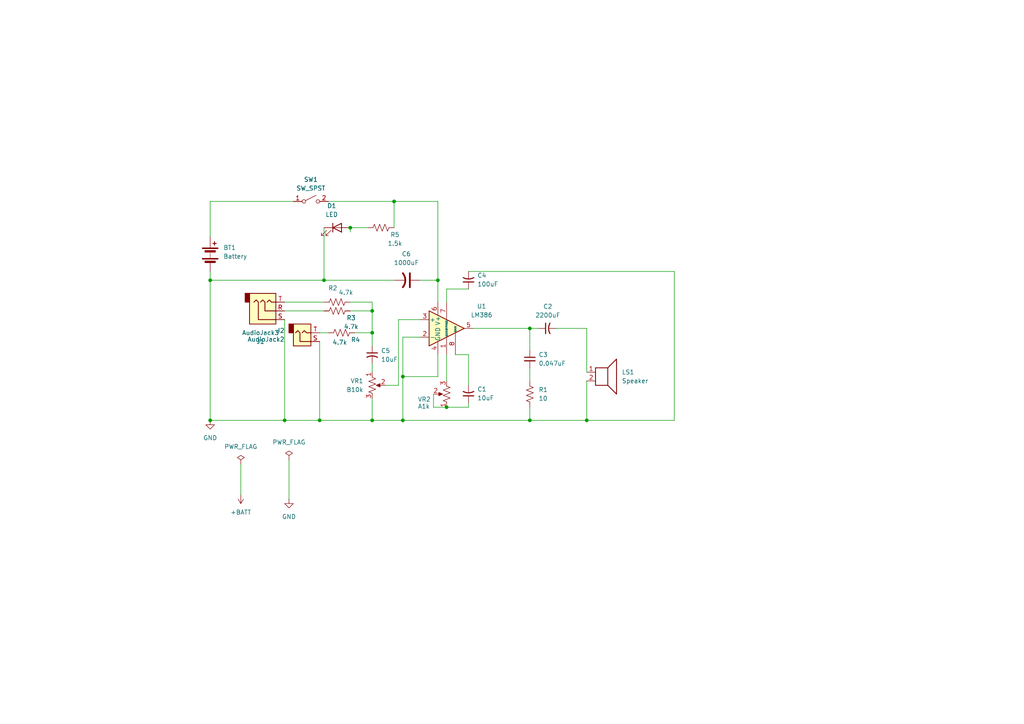
<source format=kicad_sch>
(kicad_sch
	(version 20250114)
	(generator "eeschema")
	(generator_version "9.0")
	(uuid "cba78d4b-b66d-4a58-9a10-fb4f1fb2e2b3")
	(paper "A4")
	(lib_symbols
		(symbol "Amplifier_Audio:LM386"
			(pin_names
				(offset 0.127)
			)
			(exclude_from_sim no)
			(in_bom yes)
			(on_board yes)
			(property "Reference" "U"
				(at 1.27 7.62 0)
				(effects
					(font
						(size 1.27 1.27)
					)
					(justify left)
				)
			)
			(property "Value" "LM386"
				(at 1.27 5.08 0)
				(effects
					(font
						(size 1.27 1.27)
					)
					(justify left)
				)
			)
			(property "Footprint" ""
				(at 2.54 2.54 0)
				(effects
					(font
						(size 1.27 1.27)
					)
					(hide yes)
				)
			)
			(property "Datasheet" "http://www.ti.com/lit/ds/symlink/lm386.pdf"
				(at 5.08 5.08 0)
				(effects
					(font
						(size 1.27 1.27)
					)
					(hide yes)
				)
			)
			(property "Description" "Low Voltage Audio Power Amplifier, DIP-8/SOIC-8/SSOP-8"
				(at 0 0 0)
				(effects
					(font
						(size 1.27 1.27)
					)
					(hide yes)
				)
			)
			(property "ki_keywords" "single Power opamp"
				(at 0 0 0)
				(effects
					(font
						(size 1.27 1.27)
					)
					(hide yes)
				)
			)
			(property "ki_fp_filters" "SOIC*3.9x4.9mm*P1.27mm* DIP*W7.62mm* MSSOP*P0.65mm* TSSOP*3x3mm*P0.5mm*"
				(at 0 0 0)
				(effects
					(font
						(size 1.27 1.27)
					)
					(hide yes)
				)
			)
			(symbol "LM386_0_1"
				(polyline
					(pts
						(xy 5.08 0) (xy -5.08 5.08) (xy -5.08 -5.08) (xy 5.08 0)
					)
					(stroke
						(width 0.254)
						(type default)
					)
					(fill
						(type background)
					)
				)
			)
			(symbol "LM386_1_1"
				(pin input line
					(at -7.62 2.54 0)
					(length 2.54)
					(name "+"
						(effects
							(font
								(size 1.27 1.27)
							)
						)
					)
					(number "3"
						(effects
							(font
								(size 1.27 1.27)
							)
						)
					)
				)
				(pin input line
					(at -7.62 -2.54 0)
					(length 2.54)
					(name "-"
						(effects
							(font
								(size 1.27 1.27)
							)
						)
					)
					(number "2"
						(effects
							(font
								(size 1.27 1.27)
							)
						)
					)
				)
				(pin power_in line
					(at -2.54 7.62 270)
					(length 3.81)
					(name "V+"
						(effects
							(font
								(size 1.27 1.27)
							)
						)
					)
					(number "6"
						(effects
							(font
								(size 1.27 1.27)
							)
						)
					)
				)
				(pin power_in line
					(at -2.54 -7.62 90)
					(length 3.81)
					(name "GND"
						(effects
							(font
								(size 1.27 1.27)
							)
						)
					)
					(number "4"
						(effects
							(font
								(size 1.27 1.27)
							)
						)
					)
				)
				(pin input line
					(at 0 7.62 270)
					(length 5.08)
					(name "BYPASS"
						(effects
							(font
								(size 0.508 0.508)
							)
						)
					)
					(number "7"
						(effects
							(font
								(size 1.27 1.27)
							)
						)
					)
				)
				(pin input line
					(at 0 -7.62 90)
					(length 5.08)
					(name "GAIN"
						(effects
							(font
								(size 0.508 0.508)
							)
						)
					)
					(number "1"
						(effects
							(font
								(size 1.27 1.27)
							)
						)
					)
				)
				(pin input line
					(at 2.54 -7.62 90)
					(length 6.35)
					(name "GAIN"
						(effects
							(font
								(size 0.508 0.508)
							)
						)
					)
					(number "8"
						(effects
							(font
								(size 1.27 1.27)
							)
						)
					)
				)
				(pin output line
					(at 7.62 0 180)
					(length 2.54)
					(name "~"
						(effects
							(font
								(size 1.27 1.27)
							)
						)
					)
					(number "5"
						(effects
							(font
								(size 1.27 1.27)
							)
						)
					)
				)
			)
			(embedded_fonts no)
		)
		(symbol "Connector_Audio:AudioJack2"
			(exclude_from_sim no)
			(in_bom yes)
			(on_board yes)
			(property "Reference" "J"
				(at 0 8.89 0)
				(effects
					(font
						(size 1.27 1.27)
					)
				)
			)
			(property "Value" "AudioJack2"
				(at 0 6.35 0)
				(effects
					(font
						(size 1.27 1.27)
					)
				)
			)
			(property "Footprint" ""
				(at 0 0 0)
				(effects
					(font
						(size 1.27 1.27)
					)
					(hide yes)
				)
			)
			(property "Datasheet" "~"
				(at 0 0 0)
				(effects
					(font
						(size 1.27 1.27)
					)
					(hide yes)
				)
			)
			(property "Description" "Audio Jack, 2 Poles (Mono / TS)"
				(at 0 0 0)
				(effects
					(font
						(size 1.27 1.27)
					)
					(hide yes)
				)
			)
			(property "ki_keywords" "audio jack receptacle mono phone headphone TS connector"
				(at 0 0 0)
				(effects
					(font
						(size 1.27 1.27)
					)
					(hide yes)
				)
			)
			(property "ki_fp_filters" "Jack*"
				(at 0 0 0)
				(effects
					(font
						(size 1.27 1.27)
					)
					(hide yes)
				)
			)
			(symbol "AudioJack2_0_1"
				(rectangle
					(start -3.81 0)
					(end -2.54 -2.54)
					(stroke
						(width 0.254)
						(type default)
					)
					(fill
						(type outline)
					)
				)
				(rectangle
					(start -2.54 3.81)
					(end 2.54 -2.54)
					(stroke
						(width 0.254)
						(type default)
					)
					(fill
						(type background)
					)
				)
				(polyline
					(pts
						(xy 0 0) (xy 0.635 -0.635) (xy 1.27 0) (xy 2.54 0)
					)
					(stroke
						(width 0.254)
						(type default)
					)
					(fill
						(type none)
					)
				)
				(polyline
					(pts
						(xy 2.54 2.54) (xy -0.635 2.54) (xy -0.635 0) (xy -1.27 -0.635) (xy -1.905 0)
					)
					(stroke
						(width 0.254)
						(type default)
					)
					(fill
						(type none)
					)
				)
			)
			(symbol "AudioJack2_1_1"
				(pin passive line
					(at 5.08 2.54 180)
					(length 2.54)
					(name "~"
						(effects
							(font
								(size 1.27 1.27)
							)
						)
					)
					(number "S"
						(effects
							(font
								(size 1.27 1.27)
							)
						)
					)
				)
				(pin passive line
					(at 5.08 0 180)
					(length 2.54)
					(name "~"
						(effects
							(font
								(size 1.27 1.27)
							)
						)
					)
					(number "T"
						(effects
							(font
								(size 1.27 1.27)
							)
						)
					)
				)
			)
			(embedded_fonts no)
		)
		(symbol "Connector_Audio:AudioJack3"
			(exclude_from_sim no)
			(in_bom yes)
			(on_board yes)
			(property "Reference" "J"
				(at 0 8.89 0)
				(effects
					(font
						(size 1.27 1.27)
					)
				)
			)
			(property "Value" "AudioJack3"
				(at 0 6.35 0)
				(effects
					(font
						(size 1.27 1.27)
					)
				)
			)
			(property "Footprint" ""
				(at 0 0 0)
				(effects
					(font
						(size 1.27 1.27)
					)
					(hide yes)
				)
			)
			(property "Datasheet" "~"
				(at 0 0 0)
				(effects
					(font
						(size 1.27 1.27)
					)
					(hide yes)
				)
			)
			(property "Description" "Audio Jack, 3 Poles (Stereo / TRS)"
				(at 0 0 0)
				(effects
					(font
						(size 1.27 1.27)
					)
					(hide yes)
				)
			)
			(property "ki_keywords" "audio jack receptacle stereo headphones phones TRS connector"
				(at 0 0 0)
				(effects
					(font
						(size 1.27 1.27)
					)
					(hide yes)
				)
			)
			(property "ki_fp_filters" "Jack*"
				(at 0 0 0)
				(effects
					(font
						(size 1.27 1.27)
					)
					(hide yes)
				)
			)
			(symbol "AudioJack3_0_1"
				(rectangle
					(start -5.08 -5.08)
					(end -6.35 -2.54)
					(stroke
						(width 0.254)
						(type default)
					)
					(fill
						(type outline)
					)
				)
				(polyline
					(pts
						(xy -1.905 -2.54) (xy -1.27 -3.175) (xy -0.635 -2.54) (xy -0.635 0) (xy 2.54 0)
					)
					(stroke
						(width 0.254)
						(type default)
					)
					(fill
						(type none)
					)
				)
				(polyline
					(pts
						(xy 0 -2.54) (xy 0.635 -3.175) (xy 1.27 -2.54) (xy 2.54 -2.54)
					)
					(stroke
						(width 0.254)
						(type default)
					)
					(fill
						(type none)
					)
				)
				(rectangle
					(start 2.54 3.81)
					(end -5.08 -5.08)
					(stroke
						(width 0.254)
						(type default)
					)
					(fill
						(type background)
					)
				)
				(polyline
					(pts
						(xy 2.54 2.54) (xy -2.54 2.54) (xy -2.54 -2.54) (xy -3.175 -3.175) (xy -3.81 -2.54)
					)
					(stroke
						(width 0.254)
						(type default)
					)
					(fill
						(type none)
					)
				)
			)
			(symbol "AudioJack3_1_1"
				(pin passive line
					(at 5.08 2.54 180)
					(length 2.54)
					(name "~"
						(effects
							(font
								(size 1.27 1.27)
							)
						)
					)
					(number "S"
						(effects
							(font
								(size 1.27 1.27)
							)
						)
					)
				)
				(pin passive line
					(at 5.08 0 180)
					(length 2.54)
					(name "~"
						(effects
							(font
								(size 1.27 1.27)
							)
						)
					)
					(number "R"
						(effects
							(font
								(size 1.27 1.27)
							)
						)
					)
				)
				(pin passive line
					(at 5.08 -2.54 180)
					(length 2.54)
					(name "~"
						(effects
							(font
								(size 1.27 1.27)
							)
						)
					)
					(number "T"
						(effects
							(font
								(size 1.27 1.27)
							)
						)
					)
				)
			)
			(embedded_fonts no)
		)
		(symbol "Device:Battery"
			(pin_numbers
				(hide yes)
			)
			(pin_names
				(offset 0)
				(hide yes)
			)
			(exclude_from_sim no)
			(in_bom yes)
			(on_board yes)
			(property "Reference" "BT"
				(at 2.54 2.54 0)
				(effects
					(font
						(size 1.27 1.27)
					)
					(justify left)
				)
			)
			(property "Value" "Battery"
				(at 2.54 0 0)
				(effects
					(font
						(size 1.27 1.27)
					)
					(justify left)
				)
			)
			(property "Footprint" ""
				(at 0 1.524 90)
				(effects
					(font
						(size 1.27 1.27)
					)
					(hide yes)
				)
			)
			(property "Datasheet" "~"
				(at 0 1.524 90)
				(effects
					(font
						(size 1.27 1.27)
					)
					(hide yes)
				)
			)
			(property "Description" "Multiple-cell battery"
				(at 0 0 0)
				(effects
					(font
						(size 1.27 1.27)
					)
					(hide yes)
				)
			)
			(property "ki_keywords" "batt voltage-source cell"
				(at 0 0 0)
				(effects
					(font
						(size 1.27 1.27)
					)
					(hide yes)
				)
			)
			(symbol "Battery_0_1"
				(rectangle
					(start -2.286 1.778)
					(end 2.286 1.524)
					(stroke
						(width 0)
						(type default)
					)
					(fill
						(type outline)
					)
				)
				(rectangle
					(start -2.286 -1.27)
					(end 2.286 -1.524)
					(stroke
						(width 0)
						(type default)
					)
					(fill
						(type outline)
					)
				)
				(rectangle
					(start -1.524 1.016)
					(end 1.524 0.508)
					(stroke
						(width 0)
						(type default)
					)
					(fill
						(type outline)
					)
				)
				(rectangle
					(start -1.524 -2.032)
					(end 1.524 -2.54)
					(stroke
						(width 0)
						(type default)
					)
					(fill
						(type outline)
					)
				)
				(polyline
					(pts
						(xy 0 1.778) (xy 0 2.54)
					)
					(stroke
						(width 0)
						(type default)
					)
					(fill
						(type none)
					)
				)
				(polyline
					(pts
						(xy 0 0) (xy 0 0.254)
					)
					(stroke
						(width 0)
						(type default)
					)
					(fill
						(type none)
					)
				)
				(polyline
					(pts
						(xy 0 -0.508) (xy 0 -0.254)
					)
					(stroke
						(width 0)
						(type default)
					)
					(fill
						(type none)
					)
				)
				(polyline
					(pts
						(xy 0 -1.016) (xy 0 -0.762)
					)
					(stroke
						(width 0)
						(type default)
					)
					(fill
						(type none)
					)
				)
				(polyline
					(pts
						(xy 0.762 3.048) (xy 1.778 3.048)
					)
					(stroke
						(width 0.254)
						(type default)
					)
					(fill
						(type none)
					)
				)
				(polyline
					(pts
						(xy 1.27 3.556) (xy 1.27 2.54)
					)
					(stroke
						(width 0.254)
						(type default)
					)
					(fill
						(type none)
					)
				)
			)
			(symbol "Battery_1_1"
				(pin passive line
					(at 0 5.08 270)
					(length 2.54)
					(name "+"
						(effects
							(font
								(size 1.27 1.27)
							)
						)
					)
					(number "1"
						(effects
							(font
								(size 1.27 1.27)
							)
						)
					)
				)
				(pin passive line
					(at 0 -5.08 90)
					(length 2.54)
					(name "-"
						(effects
							(font
								(size 1.27 1.27)
							)
						)
					)
					(number "2"
						(effects
							(font
								(size 1.27 1.27)
							)
						)
					)
				)
			)
			(embedded_fonts no)
		)
		(symbol "Device:C_Small"
			(pin_numbers
				(hide yes)
			)
			(pin_names
				(offset 0.254)
				(hide yes)
			)
			(exclude_from_sim no)
			(in_bom yes)
			(on_board yes)
			(property "Reference" "C"
				(at 0.254 1.778 0)
				(effects
					(font
						(size 1.27 1.27)
					)
					(justify left)
				)
			)
			(property "Value" "C_Small"
				(at 0.254 -2.032 0)
				(effects
					(font
						(size 1.27 1.27)
					)
					(justify left)
				)
			)
			(property "Footprint" ""
				(at 0 0 0)
				(effects
					(font
						(size 1.27 1.27)
					)
					(hide yes)
				)
			)
			(property "Datasheet" "~"
				(at 0 0 0)
				(effects
					(font
						(size 1.27 1.27)
					)
					(hide yes)
				)
			)
			(property "Description" "Unpolarized capacitor, small symbol"
				(at 0 0 0)
				(effects
					(font
						(size 1.27 1.27)
					)
					(hide yes)
				)
			)
			(property "ki_keywords" "capacitor cap"
				(at 0 0 0)
				(effects
					(font
						(size 1.27 1.27)
					)
					(hide yes)
				)
			)
			(property "ki_fp_filters" "C_*"
				(at 0 0 0)
				(effects
					(font
						(size 1.27 1.27)
					)
					(hide yes)
				)
			)
			(symbol "C_Small_0_1"
				(polyline
					(pts
						(xy -1.524 0.508) (xy 1.524 0.508)
					)
					(stroke
						(width 0.3048)
						(type default)
					)
					(fill
						(type none)
					)
				)
				(polyline
					(pts
						(xy -1.524 -0.508) (xy 1.524 -0.508)
					)
					(stroke
						(width 0.3302)
						(type default)
					)
					(fill
						(type none)
					)
				)
			)
			(symbol "C_Small_1_1"
				(pin passive line
					(at 0 2.54 270)
					(length 2.032)
					(name "~"
						(effects
							(font
								(size 1.27 1.27)
							)
						)
					)
					(number "1"
						(effects
							(font
								(size 1.27 1.27)
							)
						)
					)
				)
				(pin passive line
					(at 0 -2.54 90)
					(length 2.032)
					(name "~"
						(effects
							(font
								(size 1.27 1.27)
							)
						)
					)
					(number "2"
						(effects
							(font
								(size 1.27 1.27)
							)
						)
					)
				)
			)
			(embedded_fonts no)
		)
		(symbol "Device:C_Small_US"
			(pin_numbers
				(hide yes)
			)
			(pin_names
				(offset 0.254)
				(hide yes)
			)
			(exclude_from_sim no)
			(in_bom yes)
			(on_board yes)
			(property "Reference" "C"
				(at 0.254 1.778 0)
				(effects
					(font
						(size 1.27 1.27)
					)
					(justify left)
				)
			)
			(property "Value" "C_Small_US"
				(at 0.254 -2.032 0)
				(effects
					(font
						(size 1.27 1.27)
					)
					(justify left)
				)
			)
			(property "Footprint" ""
				(at 0 0 0)
				(effects
					(font
						(size 1.27 1.27)
					)
					(hide yes)
				)
			)
			(property "Datasheet" ""
				(at 0 0 0)
				(effects
					(font
						(size 1.27 1.27)
					)
					(hide yes)
				)
			)
			(property "Description" "capacitor, small US symbol"
				(at 0 0 0)
				(effects
					(font
						(size 1.27 1.27)
					)
					(hide yes)
				)
			)
			(property "ki_keywords" "cap capacitor"
				(at 0 0 0)
				(effects
					(font
						(size 1.27 1.27)
					)
					(hide yes)
				)
			)
			(property "ki_fp_filters" "C_*"
				(at 0 0 0)
				(effects
					(font
						(size 1.27 1.27)
					)
					(hide yes)
				)
			)
			(symbol "C_Small_US_0_1"
				(polyline
					(pts
						(xy -1.524 0.508) (xy 1.524 0.508)
					)
					(stroke
						(width 0.3048)
						(type default)
					)
					(fill
						(type none)
					)
				)
				(arc
					(start -1.524 -0.762)
					(mid 0 -0.3734)
					(end 1.524 -0.762)
					(stroke
						(width 0.3048)
						(type default)
					)
					(fill
						(type none)
					)
				)
			)
			(symbol "C_Small_US_1_1"
				(pin passive line
					(at 0 2.54 270)
					(length 2.032)
					(name "~"
						(effects
							(font
								(size 1.27 1.27)
							)
						)
					)
					(number "1"
						(effects
							(font
								(size 1.27 1.27)
							)
						)
					)
				)
				(pin passive line
					(at 0 -2.54 90)
					(length 2.032)
					(name "~"
						(effects
							(font
								(size 1.27 1.27)
							)
						)
					)
					(number "2"
						(effects
							(font
								(size 1.27 1.27)
							)
						)
					)
				)
			)
			(embedded_fonts no)
		)
		(symbol "Device:C_US"
			(pin_numbers
				(hide yes)
			)
			(pin_names
				(offset 0.254)
				(hide yes)
			)
			(exclude_from_sim no)
			(in_bom yes)
			(on_board yes)
			(property "Reference" "C"
				(at 0.635 2.54 0)
				(effects
					(font
						(size 1.27 1.27)
					)
					(justify left)
				)
			)
			(property "Value" "C_US"
				(at 0.635 -2.54 0)
				(effects
					(font
						(size 1.27 1.27)
					)
					(justify left)
				)
			)
			(property "Footprint" ""
				(at 0 0 0)
				(effects
					(font
						(size 1.27 1.27)
					)
					(hide yes)
				)
			)
			(property "Datasheet" ""
				(at 0 0 0)
				(effects
					(font
						(size 1.27 1.27)
					)
					(hide yes)
				)
			)
			(property "Description" "capacitor, US symbol"
				(at 0 0 0)
				(effects
					(font
						(size 1.27 1.27)
					)
					(hide yes)
				)
			)
			(property "ki_keywords" "cap capacitor"
				(at 0 0 0)
				(effects
					(font
						(size 1.27 1.27)
					)
					(hide yes)
				)
			)
			(property "ki_fp_filters" "C_*"
				(at 0 0 0)
				(effects
					(font
						(size 1.27 1.27)
					)
					(hide yes)
				)
			)
			(symbol "C_US_0_1"
				(polyline
					(pts
						(xy -2.032 0.762) (xy 2.032 0.762)
					)
					(stroke
						(width 0.508)
						(type default)
					)
					(fill
						(type none)
					)
				)
				(arc
					(start -2.032 -1.27)
					(mid 0 -0.5572)
					(end 2.032 -1.27)
					(stroke
						(width 0.508)
						(type default)
					)
					(fill
						(type none)
					)
				)
			)
			(symbol "C_US_1_1"
				(pin passive line
					(at 0 3.81 270)
					(length 2.794)
					(name "~"
						(effects
							(font
								(size 1.27 1.27)
							)
						)
					)
					(number "1"
						(effects
							(font
								(size 1.27 1.27)
							)
						)
					)
				)
				(pin passive line
					(at 0 -3.81 90)
					(length 3.302)
					(name "~"
						(effects
							(font
								(size 1.27 1.27)
							)
						)
					)
					(number "2"
						(effects
							(font
								(size 1.27 1.27)
							)
						)
					)
				)
			)
			(embedded_fonts no)
		)
		(symbol "Device:LED"
			(pin_numbers
				(hide yes)
			)
			(pin_names
				(offset 1.016)
				(hide yes)
			)
			(exclude_from_sim no)
			(in_bom yes)
			(on_board yes)
			(property "Reference" "D"
				(at 0 2.54 0)
				(effects
					(font
						(size 1.27 1.27)
					)
				)
			)
			(property "Value" "LED"
				(at 0 -2.54 0)
				(effects
					(font
						(size 1.27 1.27)
					)
				)
			)
			(property "Footprint" ""
				(at 0 0 0)
				(effects
					(font
						(size 1.27 1.27)
					)
					(hide yes)
				)
			)
			(property "Datasheet" "~"
				(at 0 0 0)
				(effects
					(font
						(size 1.27 1.27)
					)
					(hide yes)
				)
			)
			(property "Description" "Light emitting diode"
				(at 0 0 0)
				(effects
					(font
						(size 1.27 1.27)
					)
					(hide yes)
				)
			)
			(property "Sim.Pins" "1=K 2=A"
				(at 0 0 0)
				(effects
					(font
						(size 1.27 1.27)
					)
					(hide yes)
				)
			)
			(property "ki_keywords" "LED diode"
				(at 0 0 0)
				(effects
					(font
						(size 1.27 1.27)
					)
					(hide yes)
				)
			)
			(property "ki_fp_filters" "LED* LED_SMD:* LED_THT:*"
				(at 0 0 0)
				(effects
					(font
						(size 1.27 1.27)
					)
					(hide yes)
				)
			)
			(symbol "LED_0_1"
				(polyline
					(pts
						(xy -3.048 -0.762) (xy -4.572 -2.286) (xy -3.81 -2.286) (xy -4.572 -2.286) (xy -4.572 -1.524)
					)
					(stroke
						(width 0)
						(type default)
					)
					(fill
						(type none)
					)
				)
				(polyline
					(pts
						(xy -1.778 -0.762) (xy -3.302 -2.286) (xy -2.54 -2.286) (xy -3.302 -2.286) (xy -3.302 -1.524)
					)
					(stroke
						(width 0)
						(type default)
					)
					(fill
						(type none)
					)
				)
				(polyline
					(pts
						(xy -1.27 0) (xy 1.27 0)
					)
					(stroke
						(width 0)
						(type default)
					)
					(fill
						(type none)
					)
				)
				(polyline
					(pts
						(xy -1.27 -1.27) (xy -1.27 1.27)
					)
					(stroke
						(width 0.254)
						(type default)
					)
					(fill
						(type none)
					)
				)
				(polyline
					(pts
						(xy 1.27 -1.27) (xy 1.27 1.27) (xy -1.27 0) (xy 1.27 -1.27)
					)
					(stroke
						(width 0.254)
						(type default)
					)
					(fill
						(type none)
					)
				)
			)
			(symbol "LED_1_1"
				(pin passive line
					(at -3.81 0 0)
					(length 2.54)
					(name "K"
						(effects
							(font
								(size 1.27 1.27)
							)
						)
					)
					(number "1"
						(effects
							(font
								(size 1.27 1.27)
							)
						)
					)
				)
				(pin passive line
					(at 3.81 0 180)
					(length 2.54)
					(name "A"
						(effects
							(font
								(size 1.27 1.27)
							)
						)
					)
					(number "2"
						(effects
							(font
								(size 1.27 1.27)
							)
						)
					)
				)
			)
			(embedded_fonts no)
		)
		(symbol "Device:R_Potentiometer_US"
			(pin_names
				(offset 1.016)
				(hide yes)
			)
			(exclude_from_sim no)
			(in_bom yes)
			(on_board yes)
			(property "Reference" "RV"
				(at -4.445 0 90)
				(effects
					(font
						(size 1.27 1.27)
					)
				)
			)
			(property "Value" "R_Potentiometer_US"
				(at -2.54 0 90)
				(effects
					(font
						(size 1.27 1.27)
					)
				)
			)
			(property "Footprint" ""
				(at 0 0 0)
				(effects
					(font
						(size 1.27 1.27)
					)
					(hide yes)
				)
			)
			(property "Datasheet" "~"
				(at 0 0 0)
				(effects
					(font
						(size 1.27 1.27)
					)
					(hide yes)
				)
			)
			(property "Description" "Potentiometer, US symbol"
				(at 0 0 0)
				(effects
					(font
						(size 1.27 1.27)
					)
					(hide yes)
				)
			)
			(property "ki_keywords" "resistor variable"
				(at 0 0 0)
				(effects
					(font
						(size 1.27 1.27)
					)
					(hide yes)
				)
			)
			(property "ki_fp_filters" "Potentiometer*"
				(at 0 0 0)
				(effects
					(font
						(size 1.27 1.27)
					)
					(hide yes)
				)
			)
			(symbol "R_Potentiometer_US_0_1"
				(polyline
					(pts
						(xy 0 2.54) (xy 0 2.286)
					)
					(stroke
						(width 0)
						(type default)
					)
					(fill
						(type none)
					)
				)
				(polyline
					(pts
						(xy 0 2.286) (xy 1.016 1.905) (xy 0 1.524) (xy -1.016 1.143) (xy 0 0.762)
					)
					(stroke
						(width 0)
						(type default)
					)
					(fill
						(type none)
					)
				)
				(polyline
					(pts
						(xy 0 0.762) (xy 1.016 0.381) (xy 0 0) (xy -1.016 -0.381) (xy 0 -0.762)
					)
					(stroke
						(width 0)
						(type default)
					)
					(fill
						(type none)
					)
				)
				(polyline
					(pts
						(xy 0 -0.762) (xy 1.016 -1.143) (xy 0 -1.524) (xy -1.016 -1.905) (xy 0 -2.286)
					)
					(stroke
						(width 0)
						(type default)
					)
					(fill
						(type none)
					)
				)
				(polyline
					(pts
						(xy 0 -2.286) (xy 0 -2.54)
					)
					(stroke
						(width 0)
						(type default)
					)
					(fill
						(type none)
					)
				)
				(polyline
					(pts
						(xy 1.143 0) (xy 2.286 0.508) (xy 2.286 -0.508) (xy 1.143 0)
					)
					(stroke
						(width 0)
						(type default)
					)
					(fill
						(type outline)
					)
				)
				(polyline
					(pts
						(xy 2.54 0) (xy 1.524 0)
					)
					(stroke
						(width 0)
						(type default)
					)
					(fill
						(type none)
					)
				)
			)
			(symbol "R_Potentiometer_US_1_1"
				(pin passive line
					(at 0 3.81 270)
					(length 1.27)
					(name "1"
						(effects
							(font
								(size 1.27 1.27)
							)
						)
					)
					(number "1"
						(effects
							(font
								(size 1.27 1.27)
							)
						)
					)
				)
				(pin passive line
					(at 0 -3.81 90)
					(length 1.27)
					(name "3"
						(effects
							(font
								(size 1.27 1.27)
							)
						)
					)
					(number "3"
						(effects
							(font
								(size 1.27 1.27)
							)
						)
					)
				)
				(pin passive line
					(at 3.81 0 180)
					(length 1.27)
					(name "2"
						(effects
							(font
								(size 1.27 1.27)
							)
						)
					)
					(number "2"
						(effects
							(font
								(size 1.27 1.27)
							)
						)
					)
				)
			)
			(embedded_fonts no)
		)
		(symbol "Device:R_US"
			(pin_numbers
				(hide yes)
			)
			(pin_names
				(offset 0)
			)
			(exclude_from_sim no)
			(in_bom yes)
			(on_board yes)
			(property "Reference" "R"
				(at 2.54 0 90)
				(effects
					(font
						(size 1.27 1.27)
					)
				)
			)
			(property "Value" "R_US"
				(at -2.54 0 90)
				(effects
					(font
						(size 1.27 1.27)
					)
				)
			)
			(property "Footprint" ""
				(at 1.016 -0.254 90)
				(effects
					(font
						(size 1.27 1.27)
					)
					(hide yes)
				)
			)
			(property "Datasheet" "~"
				(at 0 0 0)
				(effects
					(font
						(size 1.27 1.27)
					)
					(hide yes)
				)
			)
			(property "Description" "Resistor, US symbol"
				(at 0 0 0)
				(effects
					(font
						(size 1.27 1.27)
					)
					(hide yes)
				)
			)
			(property "ki_keywords" "R res resistor"
				(at 0 0 0)
				(effects
					(font
						(size 1.27 1.27)
					)
					(hide yes)
				)
			)
			(property "ki_fp_filters" "R_*"
				(at 0 0 0)
				(effects
					(font
						(size 1.27 1.27)
					)
					(hide yes)
				)
			)
			(symbol "R_US_0_1"
				(polyline
					(pts
						(xy 0 2.286) (xy 0 2.54)
					)
					(stroke
						(width 0)
						(type default)
					)
					(fill
						(type none)
					)
				)
				(polyline
					(pts
						(xy 0 2.286) (xy 1.016 1.905) (xy 0 1.524) (xy -1.016 1.143) (xy 0 0.762)
					)
					(stroke
						(width 0)
						(type default)
					)
					(fill
						(type none)
					)
				)
				(polyline
					(pts
						(xy 0 0.762) (xy 1.016 0.381) (xy 0 0) (xy -1.016 -0.381) (xy 0 -0.762)
					)
					(stroke
						(width 0)
						(type default)
					)
					(fill
						(type none)
					)
				)
				(polyline
					(pts
						(xy 0 -0.762) (xy 1.016 -1.143) (xy 0 -1.524) (xy -1.016 -1.905) (xy 0 -2.286)
					)
					(stroke
						(width 0)
						(type default)
					)
					(fill
						(type none)
					)
				)
				(polyline
					(pts
						(xy 0 -2.286) (xy 0 -2.54)
					)
					(stroke
						(width 0)
						(type default)
					)
					(fill
						(type none)
					)
				)
			)
			(symbol "R_US_1_1"
				(pin passive line
					(at 0 3.81 270)
					(length 1.27)
					(name "~"
						(effects
							(font
								(size 1.27 1.27)
							)
						)
					)
					(number "1"
						(effects
							(font
								(size 1.27 1.27)
							)
						)
					)
				)
				(pin passive line
					(at 0 -3.81 90)
					(length 1.27)
					(name "~"
						(effects
							(font
								(size 1.27 1.27)
							)
						)
					)
					(number "2"
						(effects
							(font
								(size 1.27 1.27)
							)
						)
					)
				)
			)
			(embedded_fonts no)
		)
		(symbol "Device:Speaker"
			(pin_names
				(offset 0)
				(hide yes)
			)
			(exclude_from_sim no)
			(in_bom yes)
			(on_board yes)
			(property "Reference" "LS"
				(at 1.27 5.715 0)
				(effects
					(font
						(size 1.27 1.27)
					)
					(justify right)
				)
			)
			(property "Value" "Speaker"
				(at 1.27 3.81 0)
				(effects
					(font
						(size 1.27 1.27)
					)
					(justify right)
				)
			)
			(property "Footprint" ""
				(at 0 -5.08 0)
				(effects
					(font
						(size 1.27 1.27)
					)
					(hide yes)
				)
			)
			(property "Datasheet" "~"
				(at -0.254 -1.27 0)
				(effects
					(font
						(size 1.27 1.27)
					)
					(hide yes)
				)
			)
			(property "Description" "Speaker"
				(at 0 0 0)
				(effects
					(font
						(size 1.27 1.27)
					)
					(hide yes)
				)
			)
			(property "ki_keywords" "speaker sound"
				(at 0 0 0)
				(effects
					(font
						(size 1.27 1.27)
					)
					(hide yes)
				)
			)
			(symbol "Speaker_0_0"
				(rectangle
					(start -2.54 1.27)
					(end 1.016 -3.81)
					(stroke
						(width 0.254)
						(type default)
					)
					(fill
						(type none)
					)
				)
				(polyline
					(pts
						(xy 1.016 1.27) (xy 3.556 3.81) (xy 3.556 -6.35) (xy 1.016 -3.81)
					)
					(stroke
						(width 0.254)
						(type default)
					)
					(fill
						(type none)
					)
				)
			)
			(symbol "Speaker_1_1"
				(pin input line
					(at -5.08 0 0)
					(length 2.54)
					(name "1"
						(effects
							(font
								(size 1.27 1.27)
							)
						)
					)
					(number "1"
						(effects
							(font
								(size 1.27 1.27)
							)
						)
					)
				)
				(pin input line
					(at -5.08 -2.54 0)
					(length 2.54)
					(name "2"
						(effects
							(font
								(size 1.27 1.27)
							)
						)
					)
					(number "2"
						(effects
							(font
								(size 1.27 1.27)
							)
						)
					)
				)
			)
			(embedded_fonts no)
		)
		(symbol "Switch:SW_SPST"
			(pin_names
				(offset 0)
				(hide yes)
			)
			(exclude_from_sim no)
			(in_bom yes)
			(on_board yes)
			(property "Reference" "SW"
				(at 0 3.175 0)
				(effects
					(font
						(size 1.27 1.27)
					)
				)
			)
			(property "Value" "SW_SPST"
				(at 0 -2.54 0)
				(effects
					(font
						(size 1.27 1.27)
					)
				)
			)
			(property "Footprint" ""
				(at 0 0 0)
				(effects
					(font
						(size 1.27 1.27)
					)
					(hide yes)
				)
			)
			(property "Datasheet" "~"
				(at 0 0 0)
				(effects
					(font
						(size 1.27 1.27)
					)
					(hide yes)
				)
			)
			(property "Description" "Single Pole Single Throw (SPST) switch"
				(at 0 0 0)
				(effects
					(font
						(size 1.27 1.27)
					)
					(hide yes)
				)
			)
			(property "ki_keywords" "switch lever"
				(at 0 0 0)
				(effects
					(font
						(size 1.27 1.27)
					)
					(hide yes)
				)
			)
			(symbol "SW_SPST_0_0"
				(circle
					(center -2.032 0)
					(radius 0.508)
					(stroke
						(width 0)
						(type default)
					)
					(fill
						(type none)
					)
				)
				(polyline
					(pts
						(xy -1.524 0.254) (xy 1.524 1.778)
					)
					(stroke
						(width 0)
						(type default)
					)
					(fill
						(type none)
					)
				)
				(circle
					(center 2.032 0)
					(radius 0.508)
					(stroke
						(width 0)
						(type default)
					)
					(fill
						(type none)
					)
				)
			)
			(symbol "SW_SPST_1_1"
				(pin passive line
					(at -5.08 0 0)
					(length 2.54)
					(name "A"
						(effects
							(font
								(size 1.27 1.27)
							)
						)
					)
					(number "1"
						(effects
							(font
								(size 1.27 1.27)
							)
						)
					)
				)
				(pin passive line
					(at 5.08 0 180)
					(length 2.54)
					(name "B"
						(effects
							(font
								(size 1.27 1.27)
							)
						)
					)
					(number "2"
						(effects
							(font
								(size 1.27 1.27)
							)
						)
					)
				)
			)
			(embedded_fonts no)
		)
		(symbol "power:+BATT"
			(power)
			(pin_numbers
				(hide yes)
			)
			(pin_names
				(offset 0)
				(hide yes)
			)
			(exclude_from_sim no)
			(in_bom yes)
			(on_board yes)
			(property "Reference" "#PWR"
				(at 0 -3.81 0)
				(effects
					(font
						(size 1.27 1.27)
					)
					(hide yes)
				)
			)
			(property "Value" "+BATT"
				(at 0 3.556 0)
				(effects
					(font
						(size 1.27 1.27)
					)
				)
			)
			(property "Footprint" ""
				(at 0 0 0)
				(effects
					(font
						(size 1.27 1.27)
					)
					(hide yes)
				)
			)
			(property "Datasheet" ""
				(at 0 0 0)
				(effects
					(font
						(size 1.27 1.27)
					)
					(hide yes)
				)
			)
			(property "Description" "Power symbol creates a global label with name \"+BATT\""
				(at 0 0 0)
				(effects
					(font
						(size 1.27 1.27)
					)
					(hide yes)
				)
			)
			(property "ki_keywords" "global power battery"
				(at 0 0 0)
				(effects
					(font
						(size 1.27 1.27)
					)
					(hide yes)
				)
			)
			(symbol "+BATT_0_1"
				(polyline
					(pts
						(xy -0.762 1.27) (xy 0 2.54)
					)
					(stroke
						(width 0)
						(type default)
					)
					(fill
						(type none)
					)
				)
				(polyline
					(pts
						(xy 0 2.54) (xy 0.762 1.27)
					)
					(stroke
						(width 0)
						(type default)
					)
					(fill
						(type none)
					)
				)
				(polyline
					(pts
						(xy 0 0) (xy 0 2.54)
					)
					(stroke
						(width 0)
						(type default)
					)
					(fill
						(type none)
					)
				)
			)
			(symbol "+BATT_1_1"
				(pin power_in line
					(at 0 0 90)
					(length 0)
					(name "~"
						(effects
							(font
								(size 1.27 1.27)
							)
						)
					)
					(number "1"
						(effects
							(font
								(size 1.27 1.27)
							)
						)
					)
				)
			)
			(embedded_fonts no)
		)
		(symbol "power:GND"
			(power)
			(pin_numbers
				(hide yes)
			)
			(pin_names
				(offset 0)
				(hide yes)
			)
			(exclude_from_sim no)
			(in_bom yes)
			(on_board yes)
			(property "Reference" "#PWR"
				(at 0 -6.35 0)
				(effects
					(font
						(size 1.27 1.27)
					)
					(hide yes)
				)
			)
			(property "Value" "GND"
				(at 0 -3.81 0)
				(effects
					(font
						(size 1.27 1.27)
					)
				)
			)
			(property "Footprint" ""
				(at 0 0 0)
				(effects
					(font
						(size 1.27 1.27)
					)
					(hide yes)
				)
			)
			(property "Datasheet" ""
				(at 0 0 0)
				(effects
					(font
						(size 1.27 1.27)
					)
					(hide yes)
				)
			)
			(property "Description" "Power symbol creates a global label with name \"GND\" , ground"
				(at 0 0 0)
				(effects
					(font
						(size 1.27 1.27)
					)
					(hide yes)
				)
			)
			(property "ki_keywords" "global power"
				(at 0 0 0)
				(effects
					(font
						(size 1.27 1.27)
					)
					(hide yes)
				)
			)
			(symbol "GND_0_1"
				(polyline
					(pts
						(xy 0 0) (xy 0 -1.27) (xy 1.27 -1.27) (xy 0 -2.54) (xy -1.27 -1.27) (xy 0 -1.27)
					)
					(stroke
						(width 0)
						(type default)
					)
					(fill
						(type none)
					)
				)
			)
			(symbol "GND_1_1"
				(pin power_in line
					(at 0 0 270)
					(length 0)
					(name "~"
						(effects
							(font
								(size 1.27 1.27)
							)
						)
					)
					(number "1"
						(effects
							(font
								(size 1.27 1.27)
							)
						)
					)
				)
			)
			(embedded_fonts no)
		)
		(symbol "power:PWR_FLAG"
			(power)
			(pin_numbers
				(hide yes)
			)
			(pin_names
				(offset 0)
				(hide yes)
			)
			(exclude_from_sim no)
			(in_bom yes)
			(on_board yes)
			(property "Reference" "#FLG"
				(at 0 1.905 0)
				(effects
					(font
						(size 1.27 1.27)
					)
					(hide yes)
				)
			)
			(property "Value" "PWR_FLAG"
				(at 0 3.81 0)
				(effects
					(font
						(size 1.27 1.27)
					)
				)
			)
			(property "Footprint" ""
				(at 0 0 0)
				(effects
					(font
						(size 1.27 1.27)
					)
					(hide yes)
				)
			)
			(property "Datasheet" "~"
				(at 0 0 0)
				(effects
					(font
						(size 1.27 1.27)
					)
					(hide yes)
				)
			)
			(property "Description" "Special symbol for telling ERC where power comes from"
				(at 0 0 0)
				(effects
					(font
						(size 1.27 1.27)
					)
					(hide yes)
				)
			)
			(property "ki_keywords" "flag power"
				(at 0 0 0)
				(effects
					(font
						(size 1.27 1.27)
					)
					(hide yes)
				)
			)
			(symbol "PWR_FLAG_0_0"
				(pin power_out line
					(at 0 0 90)
					(length 0)
					(name "~"
						(effects
							(font
								(size 1.27 1.27)
							)
						)
					)
					(number "1"
						(effects
							(font
								(size 1.27 1.27)
							)
						)
					)
				)
			)
			(symbol "PWR_FLAG_0_1"
				(polyline
					(pts
						(xy 0 0) (xy 0 1.27) (xy -1.016 1.905) (xy 0 2.54) (xy 1.016 1.905) (xy 0 1.27)
					)
					(stroke
						(width 0)
						(type default)
					)
					(fill
						(type none)
					)
				)
			)
			(embedded_fonts no)
		)
	)
	(junction
		(at 114.3 58.42)
		(diameter 0)
		(color 0 0 0 0)
		(uuid "1f439512-d7dc-4bf6-8b83-ef85c3be2735")
	)
	(junction
		(at 129.54 118.11)
		(diameter 0)
		(color 0 0 0 0)
		(uuid "2ed18558-323d-41bf-a092-7ed1dc37f321")
	)
	(junction
		(at 127 81.28)
		(diameter 0)
		(color 0 0 0 0)
		(uuid "3fde2eee-731b-47f8-b3d4-dc680ec7a1dc")
	)
	(junction
		(at 82.55 121.92)
		(diameter 0)
		(color 0 0 0 0)
		(uuid "451dacf5-5fc9-40c6-80a2-932e1dd91337")
	)
	(junction
		(at 116.84 121.92)
		(diameter 0)
		(color 0 0 0 0)
		(uuid "46bf795b-1393-43b3-8b15-13be8687c43c")
	)
	(junction
		(at 101.6 66.04)
		(diameter 0)
		(color 0 0 0 0)
		(uuid "47594852-13d6-408c-b26e-97c3e05c3d90")
	)
	(junction
		(at 170.18 121.92)
		(diameter 0)
		(color 0 0 0 0)
		(uuid "52b3b21f-de99-4f60-9be3-ed2e7cf05301")
	)
	(junction
		(at 93.98 81.28)
		(diameter 0)
		(color 0 0 0 0)
		(uuid "54c56682-03f5-4eac-92a4-0c4669acbdff")
	)
	(junction
		(at 60.96 121.92)
		(diameter 0)
		(color 0 0 0 0)
		(uuid "63290bc8-a255-4d58-802d-8d08769bbe9e")
	)
	(junction
		(at 107.95 121.92)
		(diameter 0)
		(color 0 0 0 0)
		(uuid "6baad556-0f84-4bc7-86bd-8dc57d8f3128")
	)
	(junction
		(at 92.71 121.92)
		(diameter 0)
		(color 0 0 0 0)
		(uuid "6dc8c768-a1c8-4209-988e-f39937924ee2")
	)
	(junction
		(at 60.96 81.28)
		(diameter 0)
		(color 0 0 0 0)
		(uuid "786ac42e-48af-4a13-984e-0ab75088305d")
	)
	(junction
		(at 107.95 90.17)
		(diameter 0)
		(color 0 0 0 0)
		(uuid "84610696-07dc-4dd7-82b6-39d0576b0d6b")
	)
	(junction
		(at 107.95 96.52)
		(diameter 0)
		(color 0 0 0 0)
		(uuid "af556a20-d95c-4d7d-a14d-017876b5403e")
	)
	(junction
		(at 153.67 121.92)
		(diameter 0)
		(color 0 0 0 0)
		(uuid "bb8210c5-bd75-46b6-8680-ec6b93b3791d")
	)
	(junction
		(at 116.84 109.22)
		(diameter 0)
		(color 0 0 0 0)
		(uuid "f208acca-3878-4d7b-b6fe-891aa7fb941c")
	)
	(junction
		(at 153.67 95.25)
		(diameter 0)
		(color 0 0 0 0)
		(uuid "f7d1ec87-59f3-4fc3-8598-0d5f008b2151")
	)
	(wire
		(pts
			(xy 60.96 121.92) (xy 82.55 121.92)
		)
		(stroke
			(width 0)
			(type default)
		)
		(uuid "08870bf1-ec0f-4033-ad31-9a21688841f3")
	)
	(wire
		(pts
			(xy 107.95 105.41) (xy 107.95 107.95)
		)
		(stroke
			(width 0)
			(type default)
		)
		(uuid "0af6057a-0340-48fd-a190-1cce06d56261")
	)
	(wire
		(pts
			(xy 82.55 121.92) (xy 92.71 121.92)
		)
		(stroke
			(width 0)
			(type default)
		)
		(uuid "138495a5-8aa8-489a-a2e8-44137462151e")
	)
	(wire
		(pts
			(xy 127 81.28) (xy 127 87.63)
		)
		(stroke
			(width 0)
			(type default)
		)
		(uuid "167d710f-9b84-483e-839e-1e808fad414e")
	)
	(wire
		(pts
			(xy 153.67 95.25) (xy 153.67 101.6)
		)
		(stroke
			(width 0)
			(type default)
		)
		(uuid "188bf570-c702-40c3-8f4a-561ed50bb013")
	)
	(wire
		(pts
			(xy 125.73 118.11) (xy 125.73 114.3)
		)
		(stroke
			(width 0)
			(type default)
		)
		(uuid "19ccba3e-c6af-4f4a-9c2d-c7cb2e859d64")
	)
	(wire
		(pts
			(xy 60.96 81.28) (xy 60.96 121.92)
		)
		(stroke
			(width 0)
			(type default)
		)
		(uuid "19f2dca7-bc29-470b-8d3d-e84126548e88")
	)
	(wire
		(pts
			(xy 135.89 118.11) (xy 135.89 116.84)
		)
		(stroke
			(width 0)
			(type default)
		)
		(uuid "1cbb481f-367e-4f39-90ed-6a8fb42dea17")
	)
	(wire
		(pts
			(xy 69.85 134.62) (xy 69.85 143.51)
		)
		(stroke
			(width 0)
			(type default)
		)
		(uuid "2127c5b2-10f2-4c89-bb6f-8cd0bd45a5af")
	)
	(wire
		(pts
			(xy 60.96 78.74) (xy 60.96 81.28)
		)
		(stroke
			(width 0)
			(type default)
		)
		(uuid "2446fe8d-2400-4b39-9005-901472f3b08b")
	)
	(wire
		(pts
			(xy 107.95 115.57) (xy 107.95 121.92)
		)
		(stroke
			(width 0)
			(type default)
		)
		(uuid "2913b22b-e853-4b04-8a72-babb10bf4b0b")
	)
	(wire
		(pts
			(xy 116.84 121.92) (xy 153.67 121.92)
		)
		(stroke
			(width 0)
			(type default)
		)
		(uuid "32081090-31c2-487d-aed1-843aeebe555a")
	)
	(wire
		(pts
			(xy 106.68 66.04) (xy 101.6 66.04)
		)
		(stroke
			(width 0)
			(type default)
		)
		(uuid "3cda3588-951d-4aba-8070-e36db60880ed")
	)
	(wire
		(pts
			(xy 129.54 83.82) (xy 129.54 87.63)
		)
		(stroke
			(width 0)
			(type default)
		)
		(uuid "493f0af1-491e-49d8-8584-393964163074")
	)
	(wire
		(pts
			(xy 107.95 90.17) (xy 107.95 96.52)
		)
		(stroke
			(width 0)
			(type default)
		)
		(uuid "4d8c1fec-c08a-4cb2-ace8-3b803f4b77aa")
	)
	(wire
		(pts
			(xy 129.54 102.87) (xy 129.54 110.49)
		)
		(stroke
			(width 0)
			(type default)
		)
		(uuid "5343333b-d288-45ba-b01d-81f4c042a60f")
	)
	(wire
		(pts
			(xy 60.96 58.42) (xy 85.09 58.42)
		)
		(stroke
			(width 0)
			(type default)
		)
		(uuid "552c1025-9218-4cd2-b8d6-70f36544f527")
	)
	(wire
		(pts
			(xy 107.95 96.52) (xy 107.95 100.33)
		)
		(stroke
			(width 0)
			(type default)
		)
		(uuid "5544c086-35bb-4d1d-85ad-f69b00a32877")
	)
	(wire
		(pts
			(xy 170.18 95.25) (xy 170.18 107.95)
		)
		(stroke
			(width 0)
			(type default)
		)
		(uuid "5675d2c0-1270-42e9-a375-1ec9c1f8787c")
	)
	(wire
		(pts
			(xy 92.71 121.92) (xy 107.95 121.92)
		)
		(stroke
			(width 0)
			(type default)
		)
		(uuid "56a89c0e-f77f-4b01-b43b-bf357f20b389")
	)
	(wire
		(pts
			(xy 107.95 87.63) (xy 107.95 90.17)
		)
		(stroke
			(width 0)
			(type default)
		)
		(uuid "6483d176-af75-4ca0-9b70-21d7d53da05f")
	)
	(wire
		(pts
			(xy 101.6 87.63) (xy 107.95 87.63)
		)
		(stroke
			(width 0)
			(type default)
		)
		(uuid "6869b190-96c9-46ac-97a8-3174b57c679b")
	)
	(wire
		(pts
			(xy 153.67 118.11) (xy 153.67 121.92)
		)
		(stroke
			(width 0)
			(type default)
		)
		(uuid "6965a035-13e6-4da9-88a6-80c0543e28ba")
	)
	(wire
		(pts
			(xy 135.89 78.74) (xy 195.58 78.74)
		)
		(stroke
			(width 0)
			(type default)
		)
		(uuid "6e8adc71-f331-457f-82f8-ce069f7053d1")
	)
	(wire
		(pts
			(xy 116.84 109.22) (xy 116.84 121.92)
		)
		(stroke
			(width 0)
			(type default)
		)
		(uuid "7005bf3a-1775-46fd-b348-6364a89adf13")
	)
	(wire
		(pts
			(xy 161.29 95.25) (xy 170.18 95.25)
		)
		(stroke
			(width 0)
			(type default)
		)
		(uuid "732103b9-ccca-45b4-9b09-40d810222c08")
	)
	(wire
		(pts
			(xy 93.98 81.28) (xy 60.96 81.28)
		)
		(stroke
			(width 0)
			(type default)
		)
		(uuid "763857b7-622d-4594-a472-9b89f3ec43d0")
	)
	(wire
		(pts
			(xy 115.57 111.76) (xy 115.57 92.71)
		)
		(stroke
			(width 0)
			(type default)
		)
		(uuid "77f5f87b-949d-421f-b1af-6eecb4bab3f8")
	)
	(wire
		(pts
			(xy 135.89 83.82) (xy 129.54 83.82)
		)
		(stroke
			(width 0)
			(type default)
		)
		(uuid "780bd3dd-7c64-438b-bfca-a62f9b9e2394")
	)
	(wire
		(pts
			(xy 116.84 109.22) (xy 127 109.22)
		)
		(stroke
			(width 0)
			(type default)
		)
		(uuid "7d12a42c-adea-405c-9f67-6831de59305b")
	)
	(wire
		(pts
			(xy 129.54 118.11) (xy 135.89 118.11)
		)
		(stroke
			(width 0)
			(type default)
		)
		(uuid "7f0a2da5-d5ef-4e02-9cf9-fc5af9743ff2")
	)
	(wire
		(pts
			(xy 82.55 87.63) (xy 93.98 87.63)
		)
		(stroke
			(width 0)
			(type default)
		)
		(uuid "7fde3ed2-3c67-4b94-8ddc-de86e19b297f")
	)
	(wire
		(pts
			(xy 153.67 121.92) (xy 170.18 121.92)
		)
		(stroke
			(width 0)
			(type default)
		)
		(uuid "800f0315-161e-498d-a384-09947375204c")
	)
	(wire
		(pts
			(xy 116.84 97.79) (xy 116.84 109.22)
		)
		(stroke
			(width 0)
			(type default)
		)
		(uuid "87fb3ffb-8a68-41d8-b22f-908cccae79d8")
	)
	(wire
		(pts
			(xy 115.57 92.71) (xy 121.92 92.71)
		)
		(stroke
			(width 0)
			(type default)
		)
		(uuid "8a9a97b4-a86a-4ac0-9e55-031145709e18")
	)
	(wire
		(pts
			(xy 101.6 90.17) (xy 107.95 90.17)
		)
		(stroke
			(width 0)
			(type default)
		)
		(uuid "8b0960f6-e63e-44c0-97de-cbf4682270ab")
	)
	(wire
		(pts
			(xy 83.82 133.35) (xy 83.82 144.78)
		)
		(stroke
			(width 0)
			(type default)
		)
		(uuid "8b8132e8-677d-4381-97e3-0a632d8639b7")
	)
	(wire
		(pts
			(xy 127 109.22) (xy 127 102.87)
		)
		(stroke
			(width 0)
			(type default)
		)
		(uuid "9ddf5ea6-82b9-41ac-b232-1b60cb0243b0")
	)
	(wire
		(pts
			(xy 135.89 111.76) (xy 135.89 102.87)
		)
		(stroke
			(width 0)
			(type default)
		)
		(uuid "9ec73a44-b812-4866-8c73-13566ff2b3ff")
	)
	(wire
		(pts
			(xy 195.58 78.74) (xy 195.58 121.92)
		)
		(stroke
			(width 0)
			(type default)
		)
		(uuid "a1173a7c-a6c6-4636-826d-de4a8919a169")
	)
	(wire
		(pts
			(xy 135.89 102.87) (xy 132.08 102.87)
		)
		(stroke
			(width 0)
			(type default)
		)
		(uuid "a2a6f274-e56e-4127-b66d-ea774a337f51")
	)
	(wire
		(pts
			(xy 101.6 66.04) (xy 101.6 67.31)
		)
		(stroke
			(width 0)
			(type default)
		)
		(uuid "a4d35113-8a32-4327-a874-a647c2911d5e")
	)
	(wire
		(pts
			(xy 153.67 106.68) (xy 153.67 110.49)
		)
		(stroke
			(width 0)
			(type default)
		)
		(uuid "a60d3a88-de91-4826-87e0-c954ec748535")
	)
	(wire
		(pts
			(xy 92.71 96.52) (xy 95.25 96.52)
		)
		(stroke
			(width 0)
			(type default)
		)
		(uuid "a946b28f-4683-4f00-a8fb-268d181ee8f5")
	)
	(wire
		(pts
			(xy 137.16 95.25) (xy 153.67 95.25)
		)
		(stroke
			(width 0)
			(type default)
		)
		(uuid "acc45695-32ee-4332-aa95-324a414a86c5")
	)
	(wire
		(pts
			(xy 93.98 66.04) (xy 93.98 81.28)
		)
		(stroke
			(width 0)
			(type default)
		)
		(uuid "ae950c69-6bae-459f-a8db-09ef75f1da26")
	)
	(wire
		(pts
			(xy 107.95 121.92) (xy 116.84 121.92)
		)
		(stroke
			(width 0)
			(type default)
		)
		(uuid "b482b9e0-0387-4fc9-b1cd-cd1da1dc264d")
	)
	(wire
		(pts
			(xy 111.76 111.76) (xy 115.57 111.76)
		)
		(stroke
			(width 0)
			(type default)
		)
		(uuid "b4e18546-3e29-4a86-8a7a-006cbd0476b8")
	)
	(wire
		(pts
			(xy 93.98 81.28) (xy 114.3 81.28)
		)
		(stroke
			(width 0)
			(type default)
		)
		(uuid "b968dc4d-cc5b-4434-a1d5-847c5a05076c")
	)
	(wire
		(pts
			(xy 60.96 58.42) (xy 60.96 68.58)
		)
		(stroke
			(width 0)
			(type default)
		)
		(uuid "bac8989c-4ccc-4fc1-b33e-ed13b6b2f17f")
	)
	(wire
		(pts
			(xy 129.54 118.11) (xy 125.73 118.11)
		)
		(stroke
			(width 0)
			(type default)
		)
		(uuid "c67d1382-8180-4742-a78e-04af285b47bd")
	)
	(wire
		(pts
			(xy 153.67 95.25) (xy 156.21 95.25)
		)
		(stroke
			(width 0)
			(type default)
		)
		(uuid "c869d322-b45a-44d6-bdbd-c303f12a2b3a")
	)
	(wire
		(pts
			(xy 121.92 97.79) (xy 116.84 97.79)
		)
		(stroke
			(width 0)
			(type default)
		)
		(uuid "c8ec0a8d-b586-4eb1-b67a-a0d0de81eddc")
	)
	(wire
		(pts
			(xy 82.55 90.17) (xy 93.98 90.17)
		)
		(stroke
			(width 0)
			(type default)
		)
		(uuid "cd8258ce-d5aa-4b8d-adce-5584d51f23fa")
	)
	(wire
		(pts
			(xy 82.55 92.71) (xy 82.55 121.92)
		)
		(stroke
			(width 0)
			(type default)
		)
		(uuid "db114f31-a8ce-4d62-aaa0-56669a4fdae1")
	)
	(wire
		(pts
			(xy 92.71 99.06) (xy 92.71 121.92)
		)
		(stroke
			(width 0)
			(type default)
		)
		(uuid "e0000019-f0a6-4bb4-93b9-d86bd398db53")
	)
	(wire
		(pts
			(xy 170.18 110.49) (xy 170.18 121.92)
		)
		(stroke
			(width 0)
			(type default)
		)
		(uuid "e0b4195b-eb5b-4005-aa0f-66dde6d9e11d")
	)
	(wire
		(pts
			(xy 121.92 81.28) (xy 127 81.28)
		)
		(stroke
			(width 0)
			(type default)
		)
		(uuid "e517ea00-c88c-4ea5-95bf-564d3c35f19f")
	)
	(wire
		(pts
			(xy 127 58.42) (xy 127 81.28)
		)
		(stroke
			(width 0)
			(type default)
		)
		(uuid "e63c9724-8bb2-47dd-8a3c-004e12e42d6b")
	)
	(wire
		(pts
			(xy 114.3 58.42) (xy 114.3 66.04)
		)
		(stroke
			(width 0)
			(type default)
		)
		(uuid "e674ee7f-64b6-41f0-9800-60b177d7ff10")
	)
	(wire
		(pts
			(xy 102.87 96.52) (xy 107.95 96.52)
		)
		(stroke
			(width 0)
			(type default)
		)
		(uuid "edf8704f-c11e-4ff8-9b5d-6cde022b0061")
	)
	(wire
		(pts
			(xy 95.25 58.42) (xy 114.3 58.42)
		)
		(stroke
			(width 0)
			(type default)
		)
		(uuid "ee82b63d-024d-424d-9d1d-77135e414611")
	)
	(wire
		(pts
			(xy 195.58 121.92) (xy 170.18 121.92)
		)
		(stroke
			(width 0)
			(type default)
		)
		(uuid "f5ef92c6-9df6-4118-b2ac-641e789929e3")
	)
	(wire
		(pts
			(xy 114.3 58.42) (xy 127 58.42)
		)
		(stroke
			(width 0)
			(type default)
		)
		(uuid "fe155e7a-86dd-4730-b216-218a77ae7671")
	)
	(symbol
		(lib_id "power:+BATT")
		(at 69.85 143.51 180)
		(unit 1)
		(exclude_from_sim no)
		(in_bom yes)
		(on_board yes)
		(dnp no)
		(fields_autoplaced yes)
		(uuid "2a1f38b9-533e-4d5d-ad8e-0666ba460b1a")
		(property "Reference" "#PWR01"
			(at 69.85 139.7 0)
			(effects
				(font
					(size 1.27 1.27)
				)
				(hide yes)
			)
		)
		(property "Value" "+BATT"
			(at 69.85 148.59 0)
			(effects
				(font
					(size 1.27 1.27)
				)
			)
		)
		(property "Footprint" ""
			(at 69.85 143.51 0)
			(effects
				(font
					(size 1.27 1.27)
				)
				(hide yes)
			)
		)
		(property "Datasheet" ""
			(at 69.85 143.51 0)
			(effects
				(font
					(size 1.27 1.27)
				)
				(hide yes)
			)
		)
		(property "Description" "Power symbol creates a global label with name \"+BATT\""
			(at 69.85 143.51 0)
			(effects
				(font
					(size 1.27 1.27)
				)
				(hide yes)
			)
		)
		(pin "1"
			(uuid "f739eac1-a73d-4576-bfbf-8a0dec58e797")
		)
		(instances
			(project ""
				(path "/cba78d4b-b66d-4a58-9a10-fb4f1fb2e2b3"
					(reference "#PWR01")
					(unit 1)
				)
			)
		)
	)
	(symbol
		(lib_id "power:PWR_FLAG")
		(at 83.82 133.35 0)
		(mirror y)
		(unit 1)
		(exclude_from_sim no)
		(in_bom yes)
		(on_board yes)
		(dnp no)
		(uuid "43b8b521-7afa-491b-8896-077a601b8b8a")
		(property "Reference" "#FLG02"
			(at 83.82 131.445 0)
			(effects
				(font
					(size 1.27 1.27)
				)
				(hide yes)
			)
		)
		(property "Value" "PWR_FLAG"
			(at 83.82 128.27 0)
			(effects
				(font
					(size 1.27 1.27)
				)
			)
		)
		(property "Footprint" ""
			(at 83.82 133.35 0)
			(effects
				(font
					(size 1.27 1.27)
				)
				(hide yes)
			)
		)
		(property "Datasheet" "~"
			(at 83.82 133.35 0)
			(effects
				(font
					(size 1.27 1.27)
				)
				(hide yes)
			)
		)
		(property "Description" "Special symbol for telling ERC where power comes from"
			(at 83.82 133.35 0)
			(effects
				(font
					(size 1.27 1.27)
				)
				(hide yes)
			)
		)
		(pin "1"
			(uuid "7005dcb7-a55c-40dc-992c-e0027042a86e")
		)
		(instances
			(project "lm386_one_sp_amp"
				(path "/cba78d4b-b66d-4a58-9a10-fb4f1fb2e2b3"
					(reference "#FLG02")
					(unit 1)
				)
			)
		)
	)
	(symbol
		(lib_id "power:GND")
		(at 60.96 121.92 0)
		(unit 1)
		(exclude_from_sim no)
		(in_bom yes)
		(on_board yes)
		(dnp no)
		(fields_autoplaced yes)
		(uuid "53a41442-6b1e-46ae-9b3c-e75ec1e0e0b5")
		(property "Reference" "#PWR03"
			(at 60.96 128.27 0)
			(effects
				(font
					(size 1.27 1.27)
				)
				(hide yes)
			)
		)
		(property "Value" "GND"
			(at 60.96 127 0)
			(effects
				(font
					(size 1.27 1.27)
				)
			)
		)
		(property "Footprint" ""
			(at 60.96 121.92 0)
			(effects
				(font
					(size 1.27 1.27)
				)
				(hide yes)
			)
		)
		(property "Datasheet" ""
			(at 60.96 121.92 0)
			(effects
				(font
					(size 1.27 1.27)
				)
				(hide yes)
			)
		)
		(property "Description" "Power symbol creates a global label with name \"GND\" , ground"
			(at 60.96 121.92 0)
			(effects
				(font
					(size 1.27 1.27)
				)
				(hide yes)
			)
		)
		(pin "1"
			(uuid "95d37b5a-33fd-49cd-85f5-9572e1d2cbee")
		)
		(instances
			(project "lm386_one_sp_amp"
				(path "/cba78d4b-b66d-4a58-9a10-fb4f1fb2e2b3"
					(reference "#PWR03")
					(unit 1)
				)
			)
		)
	)
	(symbol
		(lib_id "Switch:SW_SPST")
		(at 90.17 58.42 0)
		(unit 1)
		(exclude_from_sim no)
		(in_bom yes)
		(on_board yes)
		(dnp no)
		(fields_autoplaced yes)
		(uuid "58cd3565-383f-4f74-afc8-3b624c0b8d9f")
		(property "Reference" "SW1"
			(at 90.17 52.07 0)
			(effects
				(font
					(size 1.27 1.27)
				)
			)
		)
		(property "Value" "SW_SPST"
			(at 90.17 54.61 0)
			(effects
				(font
					(size 1.27 1.27)
				)
			)
		)
		(property "Footprint" ""
			(at 90.17 58.42 0)
			(effects
				(font
					(size 1.27 1.27)
				)
				(hide yes)
			)
		)
		(property "Datasheet" "~"
			(at 90.17 58.42 0)
			(effects
				(font
					(size 1.27 1.27)
				)
				(hide yes)
			)
		)
		(property "Description" "Single Pole Single Throw (SPST) switch"
			(at 90.17 58.42 0)
			(effects
				(font
					(size 1.27 1.27)
				)
				(hide yes)
			)
		)
		(pin "1"
			(uuid "525beee5-1aff-46fe-aef3-c2055af3b9c2")
		)
		(pin "2"
			(uuid "de1ea185-7c57-4b82-8abd-806d3ce5e139")
		)
		(instances
			(project ""
				(path "/cba78d4b-b66d-4a58-9a10-fb4f1fb2e2b3"
					(reference "SW1")
					(unit 1)
				)
			)
		)
	)
	(symbol
		(lib_id "Device:C_Small_US")
		(at 135.89 114.3 180)
		(unit 1)
		(exclude_from_sim no)
		(in_bom yes)
		(on_board yes)
		(dnp no)
		(fields_autoplaced yes)
		(uuid "610b7b8e-c768-4def-a969-2408609048dc")
		(property "Reference" "C1"
			(at 138.43 112.9029 0)
			(effects
				(font
					(size 1.27 1.27)
				)
				(justify right)
			)
		)
		(property "Value" "10uF"
			(at 138.43 115.4429 0)
			(effects
				(font
					(size 1.27 1.27)
				)
				(justify right)
			)
		)
		(property "Footprint" "Capacitor_THT:CP_Radial_D6.3mm_P2.50mm"
			(at 135.89 114.3 0)
			(effects
				(font
					(size 1.27 1.27)
				)
				(hide yes)
			)
		)
		(property "Datasheet" ""
			(at 135.89 114.3 0)
			(effects
				(font
					(size 1.27 1.27)
				)
				(hide yes)
			)
		)
		(property "Description" "capacitor, small US symbol"
			(at 135.89 114.3 0)
			(effects
				(font
					(size 1.27 1.27)
				)
				(hide yes)
			)
		)
		(pin "1"
			(uuid "3cf27887-b6c5-47c4-842c-f213dbfc33c3")
		)
		(pin "2"
			(uuid "69f30220-fe68-4bc7-882e-9402abde5383")
		)
		(instances
			(project ""
				(path "/cba78d4b-b66d-4a58-9a10-fb4f1fb2e2b3"
					(reference "C1")
					(unit 1)
				)
			)
		)
	)
	(symbol
		(lib_id "Device:R_Potentiometer_US")
		(at 129.54 114.3 180)
		(unit 1)
		(exclude_from_sim no)
		(in_bom yes)
		(on_board yes)
		(dnp no)
		(uuid "759c580f-8c94-4893-9e7c-7b388b038dda")
		(property "Reference" "VR2"
			(at 121.158 115.824 0)
			(effects
				(font
					(size 1.27 1.27)
				)
				(justify right)
			)
		)
		(property "Value" "A1k"
			(at 121.158 117.856 0)
			(effects
				(font
					(size 1.27 1.27)
				)
				(justify right)
			)
		)
		(property "Footprint" ""
			(at 129.54 114.3 0)
			(effects
				(font
					(size 1.27 1.27)
				)
				(hide yes)
			)
		)
		(property "Datasheet" "~"
			(at 129.54 114.3 0)
			(effects
				(font
					(size 1.27 1.27)
				)
				(hide yes)
			)
		)
		(property "Description" "Potentiometer, US symbol"
			(at 129.54 114.3 0)
			(effects
				(font
					(size 1.27 1.27)
				)
				(hide yes)
			)
		)
		(pin "1"
			(uuid "6c222904-1f29-4b45-94c8-c7689704aeb5")
		)
		(pin "3"
			(uuid "75eeb7ad-f7f9-4d40-9341-dfa0147e065f")
		)
		(pin "2"
			(uuid "bbd3f7e8-ea54-41dd-8caf-9f3f6f49ba41")
		)
		(instances
			(project ""
				(path "/cba78d4b-b66d-4a58-9a10-fb4f1fb2e2b3"
					(reference "VR2")
					(unit 1)
				)
			)
		)
	)
	(symbol
		(lib_id "Device:Speaker")
		(at 175.26 107.95 0)
		(unit 1)
		(exclude_from_sim no)
		(in_bom yes)
		(on_board yes)
		(dnp no)
		(fields_autoplaced yes)
		(uuid "7b2725cb-9263-49fc-bbff-10fb177bc6a4")
		(property "Reference" "LS1"
			(at 180.34 107.9499 0)
			(effects
				(font
					(size 1.27 1.27)
				)
				(justify left)
			)
		)
		(property "Value" "Speaker"
			(at 180.34 110.4899 0)
			(effects
				(font
					(size 1.27 1.27)
				)
				(justify left)
			)
		)
		(property "Footprint" "Connector_JST:JST_XH_B2B-XH-A_1x02_P2.50mm_Vertical"
			(at 175.26 113.03 0)
			(effects
				(font
					(size 1.27 1.27)
				)
				(hide yes)
			)
		)
		(property "Datasheet" "~"
			(at 175.006 109.22 0)
			(effects
				(font
					(size 1.27 1.27)
				)
				(hide yes)
			)
		)
		(property "Description" "Speaker"
			(at 175.26 107.95 0)
			(effects
				(font
					(size 1.27 1.27)
				)
				(hide yes)
			)
		)
		(pin "2"
			(uuid "bcd8d927-b8ea-44fc-8c57-402ab36851ee")
		)
		(pin "1"
			(uuid "8c6318d0-1f3f-4607-9760-38bf18115ed5")
		)
		(instances
			(project ""
				(path "/cba78d4b-b66d-4a58-9a10-fb4f1fb2e2b3"
					(reference "LS1")
					(unit 1)
				)
			)
		)
	)
	(symbol
		(lib_id "Connector_Audio:AudioJack3")
		(at 77.47 90.17 0)
		(mirror x)
		(unit 1)
		(exclude_from_sim no)
		(in_bom yes)
		(on_board yes)
		(dnp no)
		(uuid "7b2e4eaf-2560-48ff-b8c8-243d4ab9eb95")
		(property "Reference" "J1"
			(at 75.565 99.06 0)
			(effects
				(font
					(size 1.27 1.27)
				)
			)
		)
		(property "Value" "AudioJack3"
			(at 75.565 96.52 0)
			(effects
				(font
					(size 1.27 1.27)
				)
			)
		)
		(property "Footprint" ""
			(at 77.47 90.17 0)
			(effects
				(font
					(size 1.27 1.27)
				)
				(hide yes)
			)
		)
		(property "Datasheet" "~"
			(at 77.47 90.17 0)
			(effects
				(font
					(size 1.27 1.27)
				)
				(hide yes)
			)
		)
		(property "Description" "Audio Jack, 3 Poles (Stereo / TRS)"
			(at 77.47 90.17 0)
			(effects
				(font
					(size 1.27 1.27)
				)
				(hide yes)
			)
		)
		(pin "R"
			(uuid "bdda51ff-2bcf-466f-b48b-a7c6bbd1afad")
		)
		(pin "T"
			(uuid "40b3aa74-a256-4b3d-902a-0d31b4d90936")
		)
		(pin "S"
			(uuid "81952b0e-4879-4ccd-9508-87786734e5b0")
		)
		(instances
			(project ""
				(path "/cba78d4b-b66d-4a58-9a10-fb4f1fb2e2b3"
					(reference "J1")
					(unit 1)
				)
			)
		)
	)
	(symbol
		(lib_id "Device:R_US")
		(at 110.49 66.04 90)
		(unit 1)
		(exclude_from_sim no)
		(in_bom yes)
		(on_board yes)
		(dnp no)
		(uuid "8b06e801-7c3e-4b14-a237-db78de4c69c0")
		(property "Reference" "R5"
			(at 114.554 68.072 90)
			(effects
				(font
					(size 1.27 1.27)
				)
			)
		)
		(property "Value" "1.5k"
			(at 114.554 70.612 90)
			(effects
				(font
					(size 1.27 1.27)
				)
			)
		)
		(property "Footprint" "Resistor_THT:R_Axial_DIN0204_L3.6mm_D1.6mm_P7.62mm_Horizontal"
			(at 110.744 65.024 90)
			(effects
				(font
					(size 1.27 1.27)
				)
				(hide yes)
			)
		)
		(property "Datasheet" "~"
			(at 110.49 66.04 0)
			(effects
				(font
					(size 1.27 1.27)
				)
				(hide yes)
			)
		)
		(property "Description" "Resistor, US symbol"
			(at 110.49 66.04 0)
			(effects
				(font
					(size 1.27 1.27)
				)
				(hide yes)
			)
		)
		(pin "2"
			(uuid "05c64873-2c15-422c-b7ea-6dfc0696c210")
		)
		(pin "1"
			(uuid "8c914164-aa01-4b74-b512-355a54dc67c4")
		)
		(instances
			(project "lm386_one_sp_amp"
				(path "/cba78d4b-b66d-4a58-9a10-fb4f1fb2e2b3"
					(reference "R5")
					(unit 1)
				)
			)
		)
	)
	(symbol
		(lib_id "Device:C_Small_US")
		(at 107.95 102.87 0)
		(unit 1)
		(exclude_from_sim no)
		(in_bom yes)
		(on_board yes)
		(dnp no)
		(fields_autoplaced yes)
		(uuid "94aa9ec9-b916-4eb2-8053-1176d2c42655")
		(property "Reference" "C5"
			(at 110.49 101.7269 0)
			(effects
				(font
					(size 1.27 1.27)
				)
				(justify left)
			)
		)
		(property "Value" "10uF"
			(at 110.49 104.2669 0)
			(effects
				(font
					(size 1.27 1.27)
				)
				(justify left)
			)
		)
		(property "Footprint" "Capacitor_THT:CP_Radial_D6.3mm_P2.50mm"
			(at 107.95 102.87 0)
			(effects
				(font
					(size 1.27 1.27)
				)
				(hide yes)
			)
		)
		(property "Datasheet" ""
			(at 107.95 102.87 0)
			(effects
				(font
					(size 1.27 1.27)
				)
				(hide yes)
			)
		)
		(property "Description" "capacitor, small US symbol"
			(at 107.95 102.87 0)
			(effects
				(font
					(size 1.27 1.27)
				)
				(hide yes)
			)
		)
		(pin "1"
			(uuid "0e43ed45-5ecb-410f-84a7-c7aed4851e13")
		)
		(pin "2"
			(uuid "19c5e5f6-8680-4478-9e9d-6eed17be6d2e")
		)
		(instances
			(project "lm386_one_sp_amp"
				(path "/cba78d4b-b66d-4a58-9a10-fb4f1fb2e2b3"
					(reference "C5")
					(unit 1)
				)
			)
		)
	)
	(symbol
		(lib_id "Device:R_US")
		(at 97.79 90.17 90)
		(unit 1)
		(exclude_from_sim no)
		(in_bom yes)
		(on_board yes)
		(dnp no)
		(uuid "986ab4f7-5f02-45ba-a30a-700bc6b78364")
		(property "Reference" "R3"
			(at 101.854 92.202 90)
			(effects
				(font
					(size 1.27 1.27)
				)
			)
		)
		(property "Value" "4.7k"
			(at 101.854 94.742 90)
			(effects
				(font
					(size 1.27 1.27)
				)
			)
		)
		(property "Footprint" "Resistor_THT:R_Axial_DIN0204_L3.6mm_D1.6mm_P7.62mm_Horizontal"
			(at 98.044 89.154 90)
			(effects
				(font
					(size 1.27 1.27)
				)
				(hide yes)
			)
		)
		(property "Datasheet" "~"
			(at 97.79 90.17 0)
			(effects
				(font
					(size 1.27 1.27)
				)
				(hide yes)
			)
		)
		(property "Description" "Resistor, US symbol"
			(at 97.79 90.17 0)
			(effects
				(font
					(size 1.27 1.27)
				)
				(hide yes)
			)
		)
		(pin "2"
			(uuid "3b4afe0f-d737-4e1e-8ca6-f9ebd7cefe48")
		)
		(pin "1"
			(uuid "1f963121-27be-421e-8c5f-adc23aafa6ad")
		)
		(instances
			(project "lm386_one_sp_amp"
				(path "/cba78d4b-b66d-4a58-9a10-fb4f1fb2e2b3"
					(reference "R3")
					(unit 1)
				)
			)
		)
	)
	(symbol
		(lib_id "Device:C_Small_US")
		(at 158.75 95.25 90)
		(unit 1)
		(exclude_from_sim no)
		(in_bom yes)
		(on_board yes)
		(dnp no)
		(fields_autoplaced yes)
		(uuid "a65a6848-9bfe-4886-a73b-eadc323c5fd2")
		(property "Reference" "C2"
			(at 158.877 88.9 90)
			(effects
				(font
					(size 1.27 1.27)
				)
			)
		)
		(property "Value" "2200uF"
			(at 158.877 91.44 90)
			(effects
				(font
					(size 1.27 1.27)
				)
			)
		)
		(property "Footprint" "Capacitor_THT:CP_Radial_D13.0mm_P5.00mm"
			(at 158.75 95.25 0)
			(effects
				(font
					(size 1.27 1.27)
				)
				(hide yes)
			)
		)
		(property "Datasheet" ""
			(at 158.75 95.25 0)
			(effects
				(font
					(size 1.27 1.27)
				)
				(hide yes)
			)
		)
		(property "Description" "capacitor, small US symbol"
			(at 158.75 95.25 0)
			(effects
				(font
					(size 1.27 1.27)
				)
				(hide yes)
			)
		)
		(pin "1"
			(uuid "5723b5a2-f852-495d-a0c2-2585ac5afd18")
		)
		(pin "2"
			(uuid "c1615bc5-3622-44a2-a2d5-da939329722e")
		)
		(instances
			(project ""
				(path "/cba78d4b-b66d-4a58-9a10-fb4f1fb2e2b3"
					(reference "C2")
					(unit 1)
				)
			)
		)
	)
	(symbol
		(lib_id "power:GND")
		(at 83.82 144.78 0)
		(unit 1)
		(exclude_from_sim no)
		(in_bom yes)
		(on_board yes)
		(dnp no)
		(fields_autoplaced yes)
		(uuid "b2a988e4-bbff-4a4b-8840-cb05563a569a")
		(property "Reference" "#PWR02"
			(at 83.82 151.13 0)
			(effects
				(font
					(size 1.27 1.27)
				)
				(hide yes)
			)
		)
		(property "Value" "GND"
			(at 83.82 149.86 0)
			(effects
				(font
					(size 1.27 1.27)
				)
			)
		)
		(property "Footprint" ""
			(at 83.82 144.78 0)
			(effects
				(font
					(size 1.27 1.27)
				)
				(hide yes)
			)
		)
		(property "Datasheet" ""
			(at 83.82 144.78 0)
			(effects
				(font
					(size 1.27 1.27)
				)
				(hide yes)
			)
		)
		(property "Description" "Power symbol creates a global label with name \"GND\" , ground"
			(at 83.82 144.78 0)
			(effects
				(font
					(size 1.27 1.27)
				)
				(hide yes)
			)
		)
		(pin "1"
			(uuid "0f77de21-9e6e-4e87-8826-fa3a61d21539")
		)
		(instances
			(project ""
				(path "/cba78d4b-b66d-4a58-9a10-fb4f1fb2e2b3"
					(reference "#PWR02")
					(unit 1)
				)
			)
		)
	)
	(symbol
		(lib_id "Amplifier_Audio:LM386")
		(at 129.54 95.25 0)
		(unit 1)
		(exclude_from_sim no)
		(in_bom yes)
		(on_board yes)
		(dnp no)
		(fields_autoplaced yes)
		(uuid "bb75f028-3e74-4390-88eb-b543ddcdf465")
		(property "Reference" "U1"
			(at 139.7 88.8298 0)
			(effects
				(font
					(size 1.27 1.27)
				)
			)
		)
		(property "Value" "LM386"
			(at 139.7 91.3698 0)
			(effects
				(font
					(size 1.27 1.27)
				)
			)
		)
		(property "Footprint" "Package_DIP:DIP-8_W7.62mm_Socket"
			(at 132.08 92.71 0)
			(effects
				(font
					(size 1.27 1.27)
				)
				(hide yes)
			)
		)
		(property "Datasheet" "http://www.ti.com/lit/ds/symlink/lm386.pdf"
			(at 134.62 90.17 0)
			(effects
				(font
					(size 1.27 1.27)
				)
				(hide yes)
			)
		)
		(property "Description" "Low Voltage Audio Power Amplifier, DIP-8/SOIC-8/SSOP-8"
			(at 129.54 95.25 0)
			(effects
				(font
					(size 1.27 1.27)
				)
				(hide yes)
			)
		)
		(pin "8"
			(uuid "32bad02d-5163-4aa6-b746-97a1e1a873a1")
		)
		(pin "6"
			(uuid "e4e8d9c2-0cb5-4d2d-a0a4-20febc63ade3")
		)
		(pin "3"
			(uuid "86267cba-bdc7-4bc7-8829-7b60354d9243")
		)
		(pin "4"
			(uuid "88eb7852-e8af-4af3-85d6-3f6da75d2163")
		)
		(pin "7"
			(uuid "4eab4728-6d4e-4c3d-b4fb-d266f46a466c")
		)
		(pin "2"
			(uuid "9aa4b212-9959-48d6-ae4b-36815e177125")
		)
		(pin "1"
			(uuid "ccdec659-d1c8-4c30-b526-6d9bd4298558")
		)
		(pin "5"
			(uuid "78c5e218-bc44-405e-84aa-ef1089050036")
		)
		(instances
			(project ""
				(path "/cba78d4b-b66d-4a58-9a10-fb4f1fb2e2b3"
					(reference "U1")
					(unit 1)
				)
			)
		)
	)
	(symbol
		(lib_id "Connector_Audio:AudioJack2")
		(at 87.63 96.52 0)
		(mirror x)
		(unit 1)
		(exclude_from_sim no)
		(in_bom yes)
		(on_board yes)
		(dnp no)
		(fields_autoplaced yes)
		(uuid "c1557cfe-97f3-426d-9a6a-dae9f71ae795")
		(property "Reference" "J2"
			(at 82.55 95.8849 0)
			(effects
				(font
					(size 1.27 1.27)
				)
				(justify right)
			)
		)
		(property "Value" "AudioJack2"
			(at 82.55 98.4249 0)
			(effects
				(font
					(size 1.27 1.27)
				)
				(justify right)
			)
		)
		(property "Footprint" ""
			(at 87.63 96.52 0)
			(effects
				(font
					(size 1.27 1.27)
				)
				(hide yes)
			)
		)
		(property "Datasheet" "~"
			(at 87.63 96.52 0)
			(effects
				(font
					(size 1.27 1.27)
				)
				(hide yes)
			)
		)
		(property "Description" "Audio Jack, 2 Poles (Mono / TS)"
			(at 87.63 96.52 0)
			(effects
				(font
					(size 1.27 1.27)
				)
				(hide yes)
			)
		)
		(pin "S"
			(uuid "a30e3403-49e3-404d-aa07-fde15c0be442")
		)
		(pin "T"
			(uuid "a5c90542-ed9e-4107-8b86-ae39ad90b070")
		)
		(instances
			(project ""
				(path "/cba78d4b-b66d-4a58-9a10-fb4f1fb2e2b3"
					(reference "J2")
					(unit 1)
				)
			)
		)
	)
	(symbol
		(lib_id "power:PWR_FLAG")
		(at 69.85 134.62 0)
		(unit 1)
		(exclude_from_sim no)
		(in_bom yes)
		(on_board yes)
		(dnp no)
		(fields_autoplaced yes)
		(uuid "c3418585-b5a8-40ae-80ea-49e41055aed0")
		(property "Reference" "#FLG01"
			(at 69.85 132.715 0)
			(effects
				(font
					(size 1.27 1.27)
				)
				(hide yes)
			)
		)
		(property "Value" "PWR_FLAG"
			(at 69.85 129.54 0)
			(effects
				(font
					(size 1.27 1.27)
				)
			)
		)
		(property "Footprint" ""
			(at 69.85 134.62 0)
			(effects
				(font
					(size 1.27 1.27)
				)
				(hide yes)
			)
		)
		(property "Datasheet" "~"
			(at 69.85 134.62 0)
			(effects
				(font
					(size 1.27 1.27)
				)
				(hide yes)
			)
		)
		(property "Description" "Special symbol for telling ERC where power comes from"
			(at 69.85 134.62 0)
			(effects
				(font
					(size 1.27 1.27)
				)
				(hide yes)
			)
		)
		(pin "1"
			(uuid "1786f9a3-99ac-470b-8b10-f0b1b4383d5d")
		)
		(instances
			(project ""
				(path "/cba78d4b-b66d-4a58-9a10-fb4f1fb2e2b3"
					(reference "#FLG01")
					(unit 1)
				)
			)
		)
	)
	(symbol
		(lib_id "Device:C_Small")
		(at 153.67 104.14 0)
		(unit 1)
		(exclude_from_sim no)
		(in_bom yes)
		(on_board yes)
		(dnp no)
		(uuid "cb3a5a48-d3f5-4cd4-b999-515fdd6ecf39")
		(property "Reference" "C3"
			(at 156.21 102.8762 0)
			(effects
				(font
					(size 1.27 1.27)
				)
				(justify left)
			)
		)
		(property "Value" "0.047uF"
			(at 156.21 105.4162 0)
			(effects
				(font
					(size 1.27 1.27)
				)
				(justify left)
			)
		)
		(property "Footprint" "Capacitor_THT:C_Disc_D7.0mm_W2.5mm_P5.00mm"
			(at 153.67 104.14 0)
			(effects
				(font
					(size 1.27 1.27)
				)
				(hide yes)
			)
		)
		(property "Datasheet" "~"
			(at 153.67 104.14 0)
			(effects
				(font
					(size 1.27 1.27)
				)
				(hide yes)
			)
		)
		(property "Description" "Unpolarized capacitor, small symbol"
			(at 153.67 104.14 0)
			(effects
				(font
					(size 1.27 1.27)
				)
				(hide yes)
			)
		)
		(pin "1"
			(uuid "498c1264-6c6f-4036-94f0-082e581a5b4f")
		)
		(pin "2"
			(uuid "7d5f712e-4ea2-492e-bbf3-06ae89d27054")
		)
		(instances
			(project ""
				(path "/cba78d4b-b66d-4a58-9a10-fb4f1fb2e2b3"
					(reference "C3")
					(unit 1)
				)
			)
		)
	)
	(symbol
		(lib_id "Device:R_US")
		(at 97.79 87.63 90)
		(unit 1)
		(exclude_from_sim no)
		(in_bom yes)
		(on_board yes)
		(dnp no)
		(uuid "cc473a14-4c6e-48cc-b5e0-8a394f4b8032")
		(property "Reference" "R2"
			(at 96.52 83.566 90)
			(effects
				(font
					(size 1.27 1.27)
				)
			)
		)
		(property "Value" "4.7k"
			(at 100.33 84.836 90)
			(effects
				(font
					(size 1.27 1.27)
				)
			)
		)
		(property "Footprint" "Resistor_THT:R_Axial_DIN0204_L3.6mm_D1.6mm_P7.62mm_Horizontal"
			(at 98.044 86.614 90)
			(effects
				(font
					(size 1.27 1.27)
				)
				(hide yes)
			)
		)
		(property "Datasheet" "~"
			(at 97.79 87.63 0)
			(effects
				(font
					(size 1.27 1.27)
				)
				(hide yes)
			)
		)
		(property "Description" "Resistor, US symbol"
			(at 97.79 87.63 0)
			(effects
				(font
					(size 1.27 1.27)
				)
				(hide yes)
			)
		)
		(pin "2"
			(uuid "6070e942-368b-4ca2-a56d-e9cf2e4044cf")
		)
		(pin "1"
			(uuid "313f787e-22ba-496b-b53f-926b3b977814")
		)
		(instances
			(project ""
				(path "/cba78d4b-b66d-4a58-9a10-fb4f1fb2e2b3"
					(reference "R2")
					(unit 1)
				)
			)
		)
	)
	(symbol
		(lib_id "Device:R_Potentiometer_US")
		(at 107.95 111.76 0)
		(unit 1)
		(exclude_from_sim no)
		(in_bom yes)
		(on_board yes)
		(dnp no)
		(fields_autoplaced yes)
		(uuid "ce92d321-a379-4bd2-831a-a1b369cdf524")
		(property "Reference" "VR1"
			(at 105.41 110.4899 0)
			(effects
				(font
					(size 1.27 1.27)
				)
				(justify right)
			)
		)
		(property "Value" "B10k"
			(at 105.41 113.0299 0)
			(effects
				(font
					(size 1.27 1.27)
				)
				(justify right)
			)
		)
		(property "Footprint" ""
			(at 107.95 111.76 0)
			(effects
				(font
					(size 1.27 1.27)
				)
				(hide yes)
			)
		)
		(property "Datasheet" "~"
			(at 107.95 111.76 0)
			(effects
				(font
					(size 1.27 1.27)
				)
				(hide yes)
			)
		)
		(property "Description" "Potentiometer, US symbol"
			(at 107.95 111.76 0)
			(effects
				(font
					(size 1.27 1.27)
				)
				(hide yes)
			)
		)
		(pin "2"
			(uuid "7ea99da1-a293-458a-91ac-80cf624f3098")
		)
		(pin "3"
			(uuid "59f10005-39d7-4654-9d31-9376ad4dcee5")
		)
		(pin "1"
			(uuid "f5a5ef9f-6983-4f91-a5d1-fe1e55c89a60")
		)
		(instances
			(project ""
				(path "/cba78d4b-b66d-4a58-9a10-fb4f1fb2e2b3"
					(reference "VR1")
					(unit 1)
				)
			)
		)
	)
	(symbol
		(lib_id "Device:LED")
		(at 97.79 66.04 0)
		(unit 1)
		(exclude_from_sim no)
		(in_bom yes)
		(on_board yes)
		(dnp no)
		(uuid "d2f2749a-aac5-43d4-9188-cd8be63fcc96")
		(property "Reference" "D1"
			(at 96.2025 59.69 0)
			(effects
				(font
					(size 1.27 1.27)
				)
			)
		)
		(property "Value" "LED"
			(at 96.2025 62.23 0)
			(effects
				(font
					(size 1.27 1.27)
				)
			)
		)
		(property "Footprint" ""
			(at 97.79 66.04 0)
			(effects
				(font
					(size 1.27 1.27)
				)
				(hide yes)
			)
		)
		(property "Datasheet" "~"
			(at 97.79 66.04 0)
			(effects
				(font
					(size 1.27 1.27)
				)
				(hide yes)
			)
		)
		(property "Description" "Light emitting diode"
			(at 97.79 66.04 0)
			(effects
				(font
					(size 1.27 1.27)
				)
				(hide yes)
			)
		)
		(property "Sim.Pins" "1=K 2=A"
			(at 97.79 66.04 0)
			(effects
				(font
					(size 1.27 1.27)
				)
				(hide yes)
			)
		)
		(pin "1"
			(uuid "14716483-759e-4d80-bfe6-1b0bcb8d3337")
		)
		(pin "2"
			(uuid "32126d79-b378-47bb-89fa-5e0891672027")
		)
		(instances
			(project ""
				(path "/cba78d4b-b66d-4a58-9a10-fb4f1fb2e2b3"
					(reference "D1")
					(unit 1)
				)
			)
		)
	)
	(symbol
		(lib_id "Device:Battery")
		(at 60.96 73.66 0)
		(unit 1)
		(exclude_from_sim no)
		(in_bom yes)
		(on_board yes)
		(dnp no)
		(fields_autoplaced yes)
		(uuid "d5241ccb-4e7a-46df-a654-a7d8039d9375")
		(property "Reference" "BT1"
			(at 64.77 71.8184 0)
			(effects
				(font
					(size 1.27 1.27)
				)
				(justify left)
			)
		)
		(property "Value" "Battery"
			(at 64.77 74.3584 0)
			(effects
				(font
					(size 1.27 1.27)
				)
				(justify left)
			)
		)
		(property "Footprint" "Connector_JST:JST_XH_B2B-XH-A_1x02_P2.50mm_Vertical"
			(at 60.96 72.136 90)
			(effects
				(font
					(size 1.27 1.27)
				)
				(hide yes)
			)
		)
		(property "Datasheet" "~"
			(at 60.96 72.136 90)
			(effects
				(font
					(size 1.27 1.27)
				)
				(hide yes)
			)
		)
		(property "Description" "Multiple-cell battery"
			(at 60.96 73.66 0)
			(effects
				(font
					(size 1.27 1.27)
				)
				(hide yes)
			)
		)
		(pin "1"
			(uuid "c73067ec-646f-46cd-9f46-e9b15130d0d1")
		)
		(pin "2"
			(uuid "d8fa9f26-3d60-4446-a7d3-28374c909ea9")
		)
		(instances
			(project ""
				(path "/cba78d4b-b66d-4a58-9a10-fb4f1fb2e2b3"
					(reference "BT1")
					(unit 1)
				)
			)
		)
	)
	(symbol
		(lib_id "Device:R_US")
		(at 153.67 114.3 0)
		(unit 1)
		(exclude_from_sim no)
		(in_bom yes)
		(on_board yes)
		(dnp no)
		(fields_autoplaced yes)
		(uuid "d847a728-bbe9-4920-a283-878af31a220b")
		(property "Reference" "R1"
			(at 156.21 113.0299 0)
			(effects
				(font
					(size 1.27 1.27)
				)
				(justify left)
			)
		)
		(property "Value" "10"
			(at 156.21 115.5699 0)
			(effects
				(font
					(size 1.27 1.27)
				)
				(justify left)
			)
		)
		(property "Footprint" "Resistor_THT:R_Axial_DIN0204_L3.6mm_D1.6mm_P7.62mm_Horizontal"
			(at 154.686 114.554 90)
			(effects
				(font
					(size 1.27 1.27)
				)
				(hide yes)
			)
		)
		(property "Datasheet" "~"
			(at 153.67 114.3 0)
			(effects
				(font
					(size 1.27 1.27)
				)
				(hide yes)
			)
		)
		(property "Description" "Resistor, US symbol"
			(at 153.67 114.3 0)
			(effects
				(font
					(size 1.27 1.27)
				)
				(hide yes)
			)
		)
		(pin "1"
			(uuid "210a02e7-1cc0-4a23-a7cc-6b3effbbca89")
		)
		(pin "2"
			(uuid "2d869064-6b50-4899-b4cb-2abecbde5a92")
		)
		(instances
			(project ""
				(path "/cba78d4b-b66d-4a58-9a10-fb4f1fb2e2b3"
					(reference "R1")
					(unit 1)
				)
			)
		)
	)
	(symbol
		(lib_id "Device:R_US")
		(at 99.06 96.52 90)
		(unit 1)
		(exclude_from_sim no)
		(in_bom yes)
		(on_board yes)
		(dnp no)
		(uuid "dd097180-a95c-417c-b4e7-716563ef405a")
		(property "Reference" "R4"
			(at 103.124 98.552 90)
			(effects
				(font
					(size 1.27 1.27)
				)
			)
		)
		(property "Value" "4.7k"
			(at 98.552 99.314 90)
			(effects
				(font
					(size 1.27 1.27)
				)
			)
		)
		(property "Footprint" "Resistor_THT:R_Axial_DIN0204_L3.6mm_D1.6mm_P7.62mm_Horizontal"
			(at 99.314 95.504 90)
			(effects
				(font
					(size 1.27 1.27)
				)
				(hide yes)
			)
		)
		(property "Datasheet" "~"
			(at 99.06 96.52 0)
			(effects
				(font
					(size 1.27 1.27)
				)
				(hide yes)
			)
		)
		(property "Description" "Resistor, US symbol"
			(at 99.06 96.52 0)
			(effects
				(font
					(size 1.27 1.27)
				)
				(hide yes)
			)
		)
		(pin "2"
			(uuid "052d36ad-6b1b-4605-b285-b7194720a05a")
		)
		(pin "1"
			(uuid "b7c36ff2-cc5c-430c-87dc-92034cee45d1")
		)
		(instances
			(project "lm386_one_sp_amp"
				(path "/cba78d4b-b66d-4a58-9a10-fb4f1fb2e2b3"
					(reference "R4")
					(unit 1)
				)
			)
		)
	)
	(symbol
		(lib_id "Device:C_US")
		(at 118.11 81.28 270)
		(unit 1)
		(exclude_from_sim no)
		(in_bom yes)
		(on_board yes)
		(dnp no)
		(fields_autoplaced yes)
		(uuid "e7e88de1-0908-4406-bb36-f3a4e62aecdc")
		(property "Reference" "C6"
			(at 117.856 73.66 90)
			(effects
				(font
					(size 1.27 1.27)
				)
			)
		)
		(property "Value" "1000uF"
			(at 117.856 76.2 90)
			(effects
				(font
					(size 1.27 1.27)
				)
			)
		)
		(property "Footprint" "Capacitor_THT:CP_Radial_D13.0mm_P5.00mm"
			(at 118.11 81.28 0)
			(effects
				(font
					(size 1.27 1.27)
				)
				(hide yes)
			)
		)
		(property "Datasheet" ""
			(at 118.11 81.28 0)
			(effects
				(font
					(size 1.27 1.27)
				)
				(hide yes)
			)
		)
		(property "Description" "capacitor, US symbol"
			(at 118.11 81.28 0)
			(effects
				(font
					(size 1.27 1.27)
				)
				(hide yes)
			)
		)
		(pin "1"
			(uuid "71205aba-e573-4c9c-a91c-075a4cc8f91c")
		)
		(pin "2"
			(uuid "439f6bc2-8103-469e-9ca3-2a84830e4da6")
		)
		(instances
			(project ""
				(path "/cba78d4b-b66d-4a58-9a10-fb4f1fb2e2b3"
					(reference "C6")
					(unit 1)
				)
			)
		)
	)
	(symbol
		(lib_id "Device:C_Small_US")
		(at 135.89 81.28 180)
		(unit 1)
		(exclude_from_sim no)
		(in_bom yes)
		(on_board yes)
		(dnp no)
		(fields_autoplaced yes)
		(uuid "f30be68d-c0ff-442c-811a-c2337e3ef37c")
		(property "Reference" "C4"
			(at 138.43 79.8829 0)
			(effects
				(font
					(size 1.27 1.27)
				)
				(justify right)
			)
		)
		(property "Value" "100uF"
			(at 138.43 82.4229 0)
			(effects
				(font
					(size 1.27 1.27)
				)
				(justify right)
			)
		)
		(property "Footprint" "Capacitor_THT:CP_Radial_D6.3mm_P2.50mm"
			(at 135.89 81.28 0)
			(effects
				(font
					(size 1.27 1.27)
				)
				(hide yes)
			)
		)
		(property "Datasheet" ""
			(at 135.89 81.28 0)
			(effects
				(font
					(size 1.27 1.27)
				)
				(hide yes)
			)
		)
		(property "Description" "capacitor, small US symbol"
			(at 135.89 81.28 0)
			(effects
				(font
					(size 1.27 1.27)
				)
				(hide yes)
			)
		)
		(pin "1"
			(uuid "8a2731a3-ba96-426f-a5d0-78466c599467")
		)
		(pin "2"
			(uuid "f61bd97b-200c-4368-b4bb-447a2b8e4e82")
		)
		(instances
			(project "lm386_one_sp_amp"
				(path "/cba78d4b-b66d-4a58-9a10-fb4f1fb2e2b3"
					(reference "C4")
					(unit 1)
				)
			)
		)
	)
	(sheet_instances
		(path "/"
			(page "1")
		)
	)
	(embedded_fonts no)
)

</source>
